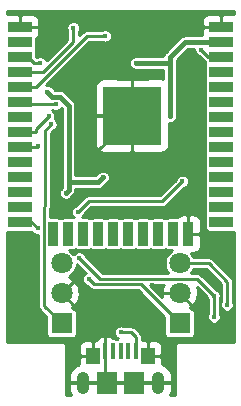
<source format=gbr>
G04 #@! TF.GenerationSoftware,KiCad,Pcbnew,(5.1.10)-1*
G04 #@! TF.CreationDate,2021-11-02T11:53:18+09:00*
G04 #@! TF.ProjectId,fishsensor,66697368-7365-46e7-936f-722e6b696361,rev?*
G04 #@! TF.SameCoordinates,Original*
G04 #@! TF.FileFunction,Copper,L2,Bot*
G04 #@! TF.FilePolarity,Positive*
%FSLAX46Y46*%
G04 Gerber Fmt 4.6, Leading zero omitted, Abs format (unit mm)*
G04 Created by KiCad (PCBNEW (5.1.10)-1) date 2021-11-02 11:53:18*
%MOMM*%
%LPD*%
G01*
G04 APERTURE LIST*
G04 #@! TA.AperFunction,SMDPad,CuDef*
%ADD10R,1.150000X1.450000*%
G04 #@! TD*
G04 #@! TA.AperFunction,ComponentPad*
%ADD11O,1.050000X1.900000*%
G04 #@! TD*
G04 #@! TA.AperFunction,SMDPad,CuDef*
%ADD12R,1.750000X1.900000*%
G04 #@! TD*
G04 #@! TA.AperFunction,SMDPad,CuDef*
%ADD13R,0.400000X1.400000*%
G04 #@! TD*
G04 #@! TA.AperFunction,SMDPad,CuDef*
%ADD14R,2.000000X0.900000*%
G04 #@! TD*
G04 #@! TA.AperFunction,SMDPad,CuDef*
%ADD15R,0.900000X2.000000*%
G04 #@! TD*
G04 #@! TA.AperFunction,SMDPad,CuDef*
%ADD16R,5.000000X5.000000*%
G04 #@! TD*
G04 #@! TA.AperFunction,ComponentPad*
%ADD17C,1.800000*%
G04 #@! TD*
G04 #@! TA.AperFunction,ComponentPad*
%ADD18R,1.800000X1.800000*%
G04 #@! TD*
G04 #@! TA.AperFunction,ViaPad*
%ADD19C,0.400000*%
G04 #@! TD*
G04 #@! TA.AperFunction,Conductor*
%ADD20C,0.250000*%
G04 #@! TD*
G04 #@! TA.AperFunction,Conductor*
%ADD21C,0.400000*%
G04 #@! TD*
G04 #@! TA.AperFunction,Conductor*
%ADD22C,0.100000*%
G04 #@! TD*
G04 APERTURE END LIST*
D10*
X12320000Y-35320000D03*
X7680000Y-35320000D03*
D11*
X6800000Y-37550000D03*
X13200000Y-37550000D03*
D12*
X11125000Y-37550000D03*
D13*
X10000000Y-34900000D03*
X9350000Y-34900000D03*
X8700000Y-34900000D03*
X11300000Y-34900000D03*
X10650000Y-34900000D03*
D12*
X8875000Y-37550000D03*
D14*
X1500000Y-7445000D03*
X1500000Y-8715000D03*
X1500000Y-9985000D03*
X1500000Y-11255000D03*
X1500000Y-12525000D03*
X1500000Y-13795000D03*
X1500000Y-15065000D03*
X1500000Y-16335000D03*
X1500000Y-17605000D03*
X1500000Y-18875000D03*
X1500000Y-20145000D03*
X1500000Y-21415000D03*
X1500000Y-22685000D03*
X1500000Y-23955000D03*
D15*
X4285000Y-24955000D03*
X5555000Y-24955000D03*
X6825000Y-24955000D03*
X8095000Y-24955000D03*
X9365000Y-24955000D03*
X10635000Y-24955000D03*
X11905000Y-24955000D03*
X13175000Y-24955000D03*
X14445000Y-24955000D03*
X15715000Y-24955000D03*
D14*
X18500000Y-23955000D03*
X18500000Y-22685000D03*
X18500000Y-21415000D03*
X18500000Y-20145000D03*
X18500000Y-18875000D03*
X18500000Y-17605000D03*
X18500000Y-16335000D03*
X18500000Y-15065000D03*
X18500000Y-13795000D03*
X18500000Y-12525000D03*
X18500000Y-11255000D03*
X18500000Y-9985000D03*
X18500000Y-8715000D03*
X18500000Y-7445000D03*
D16*
X11000000Y-14945000D03*
D17*
X15000000Y-27460000D03*
X15000000Y-30000000D03*
D18*
X15000000Y-32540000D03*
D17*
X5000000Y-27460000D03*
X5000000Y-30000000D03*
D18*
X5000000Y-32540000D03*
D19*
X7500000Y-18500000D03*
X3900000Y-9500000D03*
X3900000Y-8100000D03*
X8700000Y-9000000D03*
X8700000Y-10200000D03*
X10500000Y-27000000D03*
X12700000Y-29300000D03*
X12600000Y-27000000D03*
X16237500Y-7537500D03*
X10000000Y-31800000D03*
X15225000Y-20525000D03*
X6378768Y-23121232D03*
X2984999Y-24500000D03*
X8510000Y-20190000D03*
X11300000Y-10500000D03*
X14200000Y-15000000D03*
X5375000Y-21500000D03*
X14200000Y-10500000D03*
X3790065Y-12923851D03*
X4100000Y-15700000D03*
X19000000Y-31000000D03*
X7300000Y-28800000D03*
X3900000Y-15000000D03*
X3000000Y-17500000D03*
X3200000Y-10500000D03*
X4500000Y-14000000D03*
X2100000Y-8700000D03*
X16825000Y-9365000D03*
X6000000Y-7500000D03*
X8700000Y-8200000D03*
X10000000Y-33300000D03*
X6500000Y-27000000D03*
X17900000Y-32000000D03*
X17900000Y-30200000D03*
D20*
X10000000Y-16000000D02*
X10000000Y-14945000D01*
X8200000Y-17800000D02*
X10000000Y-16000000D01*
X7500000Y-18500000D02*
X8200000Y-17800000D01*
X3645000Y-7445000D02*
X1500000Y-7445000D01*
X3900000Y-7700000D02*
X3645000Y-7445000D01*
X3900000Y-9500000D02*
X3900000Y-8100000D01*
X3900000Y-8100000D02*
X3900000Y-7700000D01*
X8700000Y-9000000D02*
X8700000Y-10200000D01*
X8700000Y-37375000D02*
X8875000Y-37550000D01*
X8700000Y-34900000D02*
X8700000Y-37375000D01*
X13400000Y-30000000D02*
X12700000Y-29300000D01*
X15000000Y-30000000D02*
X13400000Y-30000000D01*
X12600000Y-27000000D02*
X10500000Y-27000000D01*
X16330000Y-7445000D02*
X16237500Y-7537500D01*
X18500000Y-7445000D02*
X16330000Y-7445000D01*
X8700000Y-33100000D02*
X8700000Y-34900000D01*
X10000000Y-31800000D02*
X8700000Y-33100000D01*
X13550000Y-22200000D02*
X15225000Y-20525000D01*
X7300000Y-22200000D02*
X6378768Y-23121232D01*
X9200000Y-22200000D02*
X7300000Y-22200000D01*
X9200000Y-22200000D02*
X13550000Y-22200000D01*
X2439999Y-23955000D02*
X2984999Y-24500000D01*
X1500000Y-23955000D02*
X2439999Y-23955000D01*
D21*
X8100000Y-20600000D02*
X8510000Y-20190000D01*
X14200000Y-15000000D02*
X14200000Y-10500000D01*
X11300000Y-10500000D02*
X14200000Y-10500000D01*
X14200000Y-10500000D02*
X14200000Y-10000000D01*
X14200000Y-10000000D02*
X15485000Y-8715000D01*
X16785000Y-8715000D02*
X18500000Y-8715000D01*
X15485000Y-8715000D02*
X16785000Y-8715000D01*
X5600000Y-21275000D02*
X5375000Y-21500000D01*
X5600000Y-20600000D02*
X5600000Y-21275000D01*
X5600000Y-20600000D02*
X8100000Y-20600000D01*
X5600000Y-20600000D02*
X5600000Y-14100000D01*
X4849999Y-13349999D02*
X4216213Y-13349999D01*
X4216213Y-13349999D02*
X3790065Y-12923851D01*
X5600000Y-14100000D02*
X4849999Y-13349999D01*
D20*
X4100000Y-15700000D02*
X3574999Y-16225001D01*
X3574999Y-16225001D02*
X3574999Y-22588591D01*
X3509999Y-22653591D02*
X3574999Y-22588591D01*
X3509999Y-31049999D02*
X3509999Y-22653591D01*
X5000000Y-32540000D02*
X3509999Y-31049999D01*
X15000000Y-27460000D02*
X17460000Y-27460000D01*
X19025001Y-29025001D02*
X19025001Y-29974999D01*
X17460000Y-27460000D02*
X19025001Y-29025001D01*
X19000000Y-30000000D02*
X19000000Y-31000000D01*
X19025001Y-29974999D02*
X19000000Y-30000000D01*
X7300000Y-28800000D02*
X7750010Y-29250010D01*
X7750010Y-29250010D02*
X11710010Y-29250010D01*
X11710010Y-29250010D02*
X15000000Y-32540000D01*
X1500000Y-16335000D02*
X2828590Y-16335000D01*
X2828590Y-16071410D02*
X3900000Y-15000000D01*
X2828590Y-16335000D02*
X2828590Y-16071410D01*
X2895000Y-17605000D02*
X3000000Y-17500000D01*
X1500000Y-17605000D02*
X2895000Y-17605000D01*
X3200000Y-10500000D02*
X2700000Y-10500000D01*
X2185000Y-9985000D02*
X1500000Y-9985000D01*
X2700000Y-10500000D02*
X2185000Y-9985000D01*
X1705000Y-14000000D02*
X1500000Y-13795000D01*
X3825000Y-14000000D02*
X1705000Y-14000000D01*
X4500000Y-14000000D02*
X3825000Y-14000000D01*
X17445000Y-9985000D02*
X16825000Y-9365000D01*
X18500000Y-9985000D02*
X17445000Y-9985000D01*
X6000000Y-7500000D02*
X6000000Y-8721114D01*
X3466114Y-11255000D02*
X1500000Y-11255000D01*
X6000000Y-8721114D02*
X3466114Y-11255000D01*
X2832524Y-12525000D02*
X1500000Y-12525000D01*
X7157524Y-8200000D02*
X2832524Y-12525000D01*
X8700000Y-8200000D02*
X7157524Y-8200000D01*
X10900000Y-33300000D02*
X11300000Y-33700000D01*
X10000000Y-33300000D02*
X10900000Y-33300000D01*
X11300000Y-34900000D02*
X11300000Y-33700000D01*
X6500000Y-27000000D02*
X8300000Y-28800000D01*
X11699999Y-28800001D02*
X11725001Y-28774999D01*
X8300000Y-28800000D02*
X11699999Y-28800001D01*
X17900000Y-32000000D02*
X17900000Y-30200000D01*
X16474999Y-28774999D02*
X15825001Y-28774999D01*
X17900000Y-30200000D02*
X16474999Y-28774999D01*
X11725001Y-28774999D02*
X15825001Y-28774999D01*
X19596001Y-6368392D02*
X19500000Y-6358937D01*
X18660250Y-6362000D01*
X18502000Y-6520250D01*
X18502000Y-7443000D01*
X18522000Y-7443000D01*
X18522000Y-7447000D01*
X18502000Y-7447000D01*
X18502000Y-7467000D01*
X18498000Y-7467000D01*
X18498000Y-7447000D01*
X17025250Y-7447000D01*
X16867000Y-7605250D01*
X16863937Y-7895000D01*
X16876159Y-8019090D01*
X16911623Y-8136000D01*
X15513428Y-8136000D01*
X15484999Y-8133200D01*
X15456570Y-8136000D01*
X15456561Y-8136000D01*
X15371496Y-8144378D01*
X15262354Y-8177486D01*
X15161769Y-8231250D01*
X15073605Y-8303605D01*
X15055476Y-8325695D01*
X13810690Y-9570481D01*
X13788606Y-9588605D01*
X13770482Y-9610689D01*
X13770476Y-9610695D01*
X13716250Y-9676769D01*
X13685611Y-9734091D01*
X13662486Y-9777354D01*
X13629378Y-9886496D01*
X13625980Y-9921000D01*
X11242973Y-9921000D01*
X11214934Y-9926577D01*
X11186496Y-9929378D01*
X11159153Y-9937672D01*
X11131112Y-9943250D01*
X11104695Y-9954192D01*
X11077354Y-9962486D01*
X11052159Y-9975953D01*
X11025740Y-9986896D01*
X11001963Y-10002783D01*
X10976769Y-10016250D01*
X10954684Y-10034375D01*
X10930909Y-10050261D01*
X10910689Y-10070481D01*
X10888605Y-10088605D01*
X10870481Y-10110689D01*
X10850261Y-10130909D01*
X10834375Y-10154684D01*
X10816250Y-10176769D01*
X10802783Y-10201963D01*
X10786896Y-10225740D01*
X10775953Y-10252159D01*
X10762486Y-10277354D01*
X10754192Y-10304695D01*
X10743250Y-10331112D01*
X10737672Y-10359153D01*
X10729378Y-10386496D01*
X10726577Y-10414934D01*
X10721000Y-10442973D01*
X10721000Y-10471561D01*
X10718199Y-10500000D01*
X10721000Y-10528438D01*
X10721000Y-10557027D01*
X10726577Y-10585066D01*
X10729378Y-10613504D01*
X10737672Y-10640847D01*
X10743250Y-10668888D01*
X10754192Y-10695305D01*
X10762486Y-10722646D01*
X10775953Y-10747841D01*
X10786896Y-10774260D01*
X10802783Y-10798037D01*
X10816250Y-10823231D01*
X10834375Y-10845316D01*
X10850261Y-10869091D01*
X10870481Y-10889311D01*
X10888605Y-10911395D01*
X10910689Y-10929519D01*
X10930909Y-10949739D01*
X10954684Y-10965625D01*
X10976769Y-10983750D01*
X11001963Y-10997217D01*
X11025740Y-11013104D01*
X11052159Y-11024047D01*
X11077354Y-11037514D01*
X11104695Y-11045808D01*
X11131112Y-11056750D01*
X11159153Y-11062328D01*
X11186496Y-11070622D01*
X11214934Y-11073423D01*
X11242973Y-11079000D01*
X13621001Y-11079000D01*
X13621001Y-11820855D01*
X13500000Y-11808937D01*
X11160250Y-11812000D01*
X11002000Y-11970250D01*
X11002000Y-14943000D01*
X11022000Y-14943000D01*
X11022000Y-14947000D01*
X11002000Y-14947000D01*
X11002000Y-17919750D01*
X11160250Y-18078000D01*
X13500000Y-18081063D01*
X13624090Y-18068841D01*
X13743411Y-18032646D01*
X13853378Y-17973867D01*
X13949764Y-17894764D01*
X14028867Y-17798378D01*
X14087646Y-17688411D01*
X14123841Y-17569090D01*
X14136063Y-17445000D01*
X14133618Y-15577139D01*
X14142973Y-15579000D01*
X14171561Y-15579000D01*
X14200000Y-15581801D01*
X14228439Y-15579000D01*
X14257027Y-15579000D01*
X14285066Y-15573423D01*
X14313503Y-15570622D01*
X14340844Y-15562328D01*
X14368888Y-15556750D01*
X14395308Y-15545807D01*
X14422645Y-15537514D01*
X14447836Y-15524049D01*
X14474260Y-15513104D01*
X14498041Y-15497214D01*
X14523230Y-15483750D01*
X14545312Y-15465628D01*
X14569091Y-15449739D01*
X14589312Y-15429518D01*
X14611395Y-15411395D01*
X14629519Y-15389311D01*
X14649739Y-15369091D01*
X14665625Y-15345316D01*
X14683750Y-15323231D01*
X14697217Y-15298037D01*
X14713104Y-15274260D01*
X14724047Y-15247841D01*
X14737514Y-15222646D01*
X14745808Y-15195305D01*
X14756750Y-15168888D01*
X14762328Y-15140847D01*
X14770622Y-15113504D01*
X14773423Y-15085066D01*
X14779000Y-15057027D01*
X14779000Y-10528438D01*
X14781801Y-10500000D01*
X14779000Y-10471561D01*
X14779000Y-10239829D01*
X15724829Y-9294000D01*
X16248779Y-9294000D01*
X16246000Y-9307973D01*
X16246000Y-9422027D01*
X16268250Y-9533888D01*
X16311896Y-9639260D01*
X16375261Y-9734091D01*
X16455909Y-9814739D01*
X16550740Y-9878104D01*
X16656112Y-9921750D01*
X16672183Y-9924947D01*
X17071114Y-10323878D01*
X17086894Y-10343106D01*
X17119167Y-10369592D01*
X17119167Y-10435000D01*
X17126485Y-10509297D01*
X17148156Y-10580738D01*
X17169142Y-10620000D01*
X17148156Y-10659262D01*
X17126485Y-10730703D01*
X17119167Y-10805000D01*
X17119167Y-11705000D01*
X17126485Y-11779297D01*
X17148156Y-11850738D01*
X17169142Y-11890000D01*
X17148156Y-11929262D01*
X17126485Y-12000703D01*
X17119167Y-12075000D01*
X17119167Y-12975000D01*
X17126485Y-13049297D01*
X17148156Y-13120738D01*
X17169142Y-13160000D01*
X17148156Y-13199262D01*
X17126485Y-13270703D01*
X17119167Y-13345000D01*
X17119167Y-14245000D01*
X17126485Y-14319297D01*
X17148156Y-14390738D01*
X17169142Y-14430000D01*
X17148156Y-14469262D01*
X17126485Y-14540703D01*
X17119167Y-14615000D01*
X17119167Y-15515000D01*
X17126485Y-15589297D01*
X17148156Y-15660738D01*
X17169142Y-15700000D01*
X17148156Y-15739262D01*
X17126485Y-15810703D01*
X17119167Y-15885000D01*
X17119167Y-16785000D01*
X17126485Y-16859297D01*
X17148156Y-16930738D01*
X17169142Y-16970000D01*
X17148156Y-17009262D01*
X17126485Y-17080703D01*
X17119167Y-17155000D01*
X17119167Y-18055000D01*
X17126485Y-18129297D01*
X17148156Y-18200738D01*
X17169142Y-18240000D01*
X17148156Y-18279262D01*
X17126485Y-18350703D01*
X17119167Y-18425000D01*
X17119167Y-19325000D01*
X17126485Y-19399297D01*
X17148156Y-19470738D01*
X17169142Y-19510000D01*
X17148156Y-19549262D01*
X17126485Y-19620703D01*
X17119167Y-19695000D01*
X17119167Y-20595000D01*
X17126485Y-20669297D01*
X17148156Y-20740738D01*
X17169142Y-20780000D01*
X17148156Y-20819262D01*
X17126485Y-20890703D01*
X17119167Y-20965000D01*
X17119167Y-21865000D01*
X17126485Y-21939297D01*
X17148156Y-22010738D01*
X17169142Y-22050000D01*
X17148156Y-22089262D01*
X17126485Y-22160703D01*
X17119167Y-22235000D01*
X17119167Y-23135000D01*
X17126485Y-23209297D01*
X17148156Y-23280738D01*
X17169142Y-23320000D01*
X17148156Y-23359262D01*
X17126485Y-23430703D01*
X17119167Y-23505000D01*
X17119167Y-24405000D01*
X17126485Y-24479297D01*
X17148156Y-24550738D01*
X17183349Y-24616579D01*
X17230710Y-24674290D01*
X17288421Y-24721651D01*
X17354262Y-24756844D01*
X17425703Y-24778515D01*
X17500000Y-24785833D01*
X19500000Y-24785833D01*
X19574297Y-24778515D01*
X19596000Y-24771931D01*
X19596000Y-34096000D01*
X15019840Y-34096000D01*
X15000000Y-34094046D01*
X14980160Y-34096000D01*
X14920802Y-34101846D01*
X14844648Y-34124947D01*
X14774464Y-34162462D01*
X14712947Y-34212947D01*
X14662462Y-34274464D01*
X14624947Y-34344648D01*
X14601846Y-34420802D01*
X14594046Y-34500000D01*
X14596001Y-34519850D01*
X14596000Y-38596000D01*
X14174620Y-38596000D01*
X14269087Y-38419995D01*
X14335359Y-38202876D01*
X14358000Y-37977000D01*
X14358000Y-37552000D01*
X13202000Y-37552000D01*
X13202000Y-37572000D01*
X13198000Y-37572000D01*
X13198000Y-37552000D01*
X11127000Y-37552000D01*
X11127000Y-37572000D01*
X11123000Y-37572000D01*
X11123000Y-37552000D01*
X8877000Y-37552000D01*
X8877000Y-37572000D01*
X8873000Y-37572000D01*
X8873000Y-37552000D01*
X6802000Y-37552000D01*
X6802000Y-37572000D01*
X6798000Y-37572000D01*
X6798000Y-37552000D01*
X5642000Y-37552000D01*
X5642000Y-37977000D01*
X5664641Y-38202876D01*
X5730913Y-38419995D01*
X5825380Y-38596000D01*
X5404000Y-38596000D01*
X5404000Y-37123000D01*
X5642000Y-37123000D01*
X5642000Y-37548000D01*
X6798000Y-37548000D01*
X6798000Y-37528000D01*
X6802000Y-37528000D01*
X6802000Y-37548000D01*
X8873000Y-37548000D01*
X8873000Y-37528000D01*
X8877000Y-37528000D01*
X8877000Y-37548000D01*
X11123000Y-37548000D01*
X11123000Y-37528000D01*
X11127000Y-37528000D01*
X11127000Y-37548000D01*
X13198000Y-37548000D01*
X13198000Y-37528000D01*
X13202000Y-37528000D01*
X13202000Y-37548000D01*
X14358000Y-37548000D01*
X14358000Y-37123000D01*
X14335359Y-36897124D01*
X14269087Y-36680005D01*
X14161731Y-36479987D01*
X14017416Y-36304756D01*
X13841688Y-36161047D01*
X13641300Y-36054382D01*
X13530933Y-36021111D01*
X13528000Y-35480250D01*
X13369750Y-35322000D01*
X12322000Y-35322000D01*
X12322000Y-35342000D01*
X12318000Y-35342000D01*
X12318000Y-35322000D01*
X12298000Y-35322000D01*
X12298000Y-35318000D01*
X12318000Y-35318000D01*
X12318000Y-34120250D01*
X12322000Y-34120250D01*
X12322000Y-35318000D01*
X13369750Y-35318000D01*
X13528000Y-35159750D01*
X13531063Y-34595000D01*
X13518841Y-34470910D01*
X13482646Y-34351589D01*
X13423867Y-34241622D01*
X13344764Y-34145236D01*
X13248378Y-34066133D01*
X13138411Y-34007354D01*
X13019090Y-33971159D01*
X12895000Y-33958937D01*
X12480250Y-33962000D01*
X12322000Y-34120250D01*
X12318000Y-34120250D01*
X12159750Y-33962000D01*
X11804000Y-33959373D01*
X11804000Y-33724750D01*
X11806438Y-33699999D01*
X11803394Y-33669091D01*
X11796707Y-33601199D01*
X11767888Y-33506195D01*
X11721088Y-33418638D01*
X11658106Y-33341894D01*
X11638878Y-33326114D01*
X11273890Y-32961127D01*
X11258106Y-32941894D01*
X11181362Y-32878912D01*
X11093805Y-32832112D01*
X10998801Y-32803293D01*
X10924754Y-32796000D01*
X10900000Y-32793562D01*
X10875246Y-32796000D01*
X10287885Y-32796000D01*
X10274260Y-32786896D01*
X10168888Y-32743250D01*
X10057027Y-32721000D01*
X9942973Y-32721000D01*
X9831112Y-32743250D01*
X9725740Y-32786896D01*
X9630909Y-32850261D01*
X9550261Y-32930909D01*
X9486896Y-33025740D01*
X9443250Y-33131112D01*
X9421000Y-33242973D01*
X9421000Y-33357027D01*
X9443250Y-33468888D01*
X9486896Y-33574260D01*
X9550261Y-33669091D01*
X9630909Y-33749739D01*
X9725740Y-33813104D01*
X9751832Y-33823911D01*
X9725703Y-33826485D01*
X9675000Y-33841865D01*
X9624297Y-33826485D01*
X9550000Y-33819167D01*
X9406335Y-33819167D01*
X9349764Y-33750236D01*
X9253378Y-33671133D01*
X9143411Y-33612354D01*
X9024090Y-33576159D01*
X8900000Y-33563937D01*
X8860250Y-33567000D01*
X8702000Y-33725250D01*
X8702000Y-34142968D01*
X8698000Y-34139685D01*
X8698000Y-33725250D01*
X8539750Y-33567000D01*
X8500000Y-33563937D01*
X8375910Y-33576159D01*
X8256589Y-33612354D01*
X8146622Y-33671133D01*
X8050236Y-33750236D01*
X7971133Y-33846622D01*
X7912354Y-33956589D01*
X7910871Y-33961478D01*
X7840250Y-33962000D01*
X7682000Y-34120250D01*
X7682000Y-35318000D01*
X7702000Y-35318000D01*
X7702000Y-35322000D01*
X7682000Y-35322000D01*
X7682000Y-35342000D01*
X7678000Y-35342000D01*
X7678000Y-35322000D01*
X6630250Y-35322000D01*
X6472000Y-35480250D01*
X6469067Y-36021111D01*
X6358700Y-36054382D01*
X6158312Y-36161047D01*
X5982584Y-36304756D01*
X5838269Y-36479987D01*
X5730913Y-36680005D01*
X5664641Y-36897124D01*
X5642000Y-37123000D01*
X5404000Y-37123000D01*
X5404000Y-34595000D01*
X6468937Y-34595000D01*
X6472000Y-35159750D01*
X6630250Y-35318000D01*
X7678000Y-35318000D01*
X7678000Y-34120250D01*
X7519750Y-33962000D01*
X7105000Y-33958937D01*
X6980910Y-33971159D01*
X6861589Y-34007354D01*
X6751622Y-34066133D01*
X6655236Y-34145236D01*
X6576133Y-34241622D01*
X6517354Y-34351589D01*
X6481159Y-34470910D01*
X6468937Y-34595000D01*
X5404000Y-34595000D01*
X5404000Y-34519839D01*
X5405954Y-34500000D01*
X5398154Y-34420802D01*
X5375053Y-34344648D01*
X5337538Y-34274464D01*
X5287053Y-34212947D01*
X5225536Y-34162462D01*
X5155352Y-34124947D01*
X5079198Y-34101846D01*
X5019840Y-34096000D01*
X5000000Y-34094046D01*
X4980160Y-34096000D01*
X404000Y-34096000D01*
X404000Y-24771932D01*
X425703Y-24778515D01*
X500000Y-24785833D01*
X2479628Y-24785833D01*
X2535260Y-24869091D01*
X2615908Y-24949739D01*
X2710739Y-25013104D01*
X2816111Y-25056750D01*
X2927972Y-25079000D01*
X3006000Y-25079000D01*
X3005999Y-31025245D01*
X3003561Y-31049999D01*
X3005999Y-31074752D01*
X3013292Y-31148799D01*
X3042111Y-31243803D01*
X3088911Y-31331361D01*
X3151893Y-31408105D01*
X3171126Y-31423889D01*
X3719167Y-31971930D01*
X3719167Y-33440000D01*
X3726485Y-33514297D01*
X3748156Y-33585738D01*
X3783349Y-33651579D01*
X3830710Y-33709290D01*
X3888421Y-33756651D01*
X3954262Y-33791844D01*
X4025703Y-33813515D01*
X4100000Y-33820833D01*
X5900000Y-33820833D01*
X5974297Y-33813515D01*
X6045738Y-33791844D01*
X6111579Y-33756651D01*
X6169290Y-33709290D01*
X6216651Y-33651579D01*
X6251844Y-33585738D01*
X6273515Y-33514297D01*
X6280833Y-33440000D01*
X6280833Y-31640000D01*
X6273515Y-31565703D01*
X6251844Y-31494262D01*
X6216651Y-31428421D01*
X6169290Y-31370710D01*
X6111579Y-31323349D01*
X6045738Y-31288156D01*
X5974297Y-31266485D01*
X5900000Y-31259167D01*
X5886204Y-31259167D01*
X5903816Y-31247399D01*
X5975925Y-30978754D01*
X5000000Y-30002828D01*
X4985858Y-30016971D01*
X4983029Y-30014142D01*
X4997172Y-30000000D01*
X5002828Y-30000000D01*
X5978754Y-30975925D01*
X6247399Y-30903816D01*
X6399757Y-30643095D01*
X6498322Y-30357659D01*
X6539309Y-30058478D01*
X6521139Y-29757051D01*
X6444515Y-29464959D01*
X6312377Y-29193429D01*
X6247399Y-29096184D01*
X5978754Y-29024075D01*
X5002828Y-30000000D01*
X4997172Y-30000000D01*
X4983029Y-29985858D01*
X4985858Y-29983029D01*
X5000000Y-29997172D01*
X5975925Y-29021246D01*
X5903816Y-28752601D01*
X5643095Y-28600243D01*
X5611813Y-28589441D01*
X5815315Y-28453465D01*
X5993465Y-28275315D01*
X6133436Y-28065834D01*
X6229849Y-27833071D01*
X6279000Y-27585971D01*
X6279000Y-27535165D01*
X6331112Y-27556750D01*
X6347184Y-27559947D01*
X7059959Y-28272722D01*
X7025740Y-28286896D01*
X6930909Y-28350261D01*
X6850261Y-28430909D01*
X6786896Y-28525740D01*
X6743250Y-28631112D01*
X6721000Y-28742973D01*
X6721000Y-28857027D01*
X6743250Y-28968888D01*
X6786896Y-29074260D01*
X6850261Y-29169091D01*
X6930909Y-29249739D01*
X7025740Y-29313104D01*
X7131112Y-29356750D01*
X7147183Y-29359947D01*
X7376124Y-29588888D01*
X7391904Y-29608116D01*
X7468648Y-29671098D01*
X7556205Y-29717898D01*
X7651209Y-29746717D01*
X7725256Y-29754010D01*
X7725258Y-29754010D01*
X7750009Y-29756448D01*
X7774760Y-29754010D01*
X11501247Y-29754010D01*
X13719167Y-31971931D01*
X13719167Y-33440000D01*
X13726485Y-33514297D01*
X13748156Y-33585738D01*
X13783349Y-33651579D01*
X13830710Y-33709290D01*
X13888421Y-33756651D01*
X13954262Y-33791844D01*
X14025703Y-33813515D01*
X14100000Y-33820833D01*
X15900000Y-33820833D01*
X15974297Y-33813515D01*
X16045738Y-33791844D01*
X16111579Y-33756651D01*
X16169290Y-33709290D01*
X16216651Y-33651579D01*
X16251844Y-33585738D01*
X16273515Y-33514297D01*
X16280833Y-33440000D01*
X16280833Y-31640000D01*
X16273515Y-31565703D01*
X16251844Y-31494262D01*
X16216651Y-31428421D01*
X16169290Y-31370710D01*
X16111579Y-31323349D01*
X16045738Y-31288156D01*
X15974297Y-31266485D01*
X15900000Y-31259167D01*
X15886204Y-31259167D01*
X15903816Y-31247399D01*
X15975925Y-30978754D01*
X15000000Y-30002828D01*
X14985858Y-30016971D01*
X14983029Y-30014142D01*
X14997172Y-30000000D01*
X14983029Y-29985858D01*
X14985858Y-29983029D01*
X15000000Y-29997172D01*
X15014142Y-29983029D01*
X15016971Y-29985858D01*
X15002828Y-30000000D01*
X15978754Y-30975925D01*
X16247399Y-30903816D01*
X16399757Y-30643095D01*
X16498322Y-30357659D01*
X16539309Y-30058478D01*
X16521139Y-29757051D01*
X16444515Y-29464959D01*
X16437234Y-29449997D01*
X17340053Y-30352816D01*
X17343250Y-30368888D01*
X17386896Y-30474260D01*
X17396001Y-30487886D01*
X17396000Y-31712115D01*
X17386896Y-31725740D01*
X17343250Y-31831112D01*
X17321000Y-31942973D01*
X17321000Y-32057027D01*
X17343250Y-32168888D01*
X17386896Y-32274260D01*
X17450261Y-32369091D01*
X17530909Y-32449739D01*
X17625740Y-32513104D01*
X17731112Y-32556750D01*
X17842973Y-32579000D01*
X17957027Y-32579000D01*
X18068888Y-32556750D01*
X18174260Y-32513104D01*
X18269091Y-32449739D01*
X18349739Y-32369091D01*
X18413104Y-32274260D01*
X18456750Y-32168888D01*
X18479000Y-32057027D01*
X18479000Y-31942973D01*
X18456750Y-31831112D01*
X18413104Y-31725740D01*
X18404000Y-31712115D01*
X18404000Y-30487885D01*
X18413104Y-30474260D01*
X18456750Y-30368888D01*
X18479000Y-30257027D01*
X18479000Y-30142973D01*
X18456750Y-30031112D01*
X18413104Y-29925740D01*
X18349739Y-29830909D01*
X18269091Y-29750261D01*
X18174260Y-29686896D01*
X18068888Y-29643250D01*
X18052816Y-29640053D01*
X16848889Y-28436126D01*
X16833105Y-28416893D01*
X16756361Y-28353911D01*
X16668804Y-28307111D01*
X16573800Y-28278292D01*
X16499753Y-28270999D01*
X16474999Y-28268561D01*
X16450245Y-28270999D01*
X15996349Y-28270999D01*
X16133436Y-28065834D01*
X16175617Y-27964000D01*
X17251237Y-27964000D01*
X18521001Y-29233764D01*
X18521002Y-29842821D01*
X18512035Y-29872380D01*
X18503293Y-29901199D01*
X18493562Y-30000000D01*
X18496000Y-30024754D01*
X18496001Y-30712114D01*
X18486896Y-30725740D01*
X18443250Y-30831112D01*
X18421000Y-30942973D01*
X18421000Y-31057027D01*
X18443250Y-31168888D01*
X18486896Y-31274260D01*
X18550261Y-31369091D01*
X18630909Y-31449739D01*
X18725740Y-31513104D01*
X18831112Y-31556750D01*
X18942973Y-31579000D01*
X19057027Y-31579000D01*
X19168888Y-31556750D01*
X19274260Y-31513104D01*
X19369091Y-31449739D01*
X19449739Y-31369091D01*
X19513104Y-31274260D01*
X19556750Y-31168888D01*
X19579000Y-31057027D01*
X19579000Y-30942973D01*
X19556750Y-30831112D01*
X19513104Y-30725740D01*
X19504000Y-30712115D01*
X19504000Y-30132176D01*
X19521708Y-30073800D01*
X19529001Y-29999753D01*
X19531439Y-29974999D01*
X19529001Y-29950245D01*
X19529001Y-29049755D01*
X19531439Y-29025001D01*
X19528367Y-28993805D01*
X19521708Y-28926200D01*
X19492889Y-28831196D01*
X19446089Y-28743639D01*
X19383107Y-28666895D01*
X19363874Y-28651111D01*
X17833890Y-27121127D01*
X17818106Y-27101894D01*
X17741362Y-27038912D01*
X17653805Y-26992112D01*
X17558801Y-26963293D01*
X17484754Y-26956000D01*
X17460000Y-26953562D01*
X17435246Y-26956000D01*
X16175617Y-26956000D01*
X16133436Y-26854166D01*
X15993465Y-26644685D01*
X15937437Y-26588657D01*
X16165000Y-26591063D01*
X16289090Y-26578841D01*
X16408411Y-26542646D01*
X16518378Y-26483867D01*
X16614764Y-26404764D01*
X16693867Y-26308378D01*
X16752646Y-26198411D01*
X16788841Y-26079090D01*
X16801063Y-25955000D01*
X16798000Y-25115250D01*
X16639750Y-24957000D01*
X15717000Y-24957000D01*
X15717000Y-24977000D01*
X15713000Y-24977000D01*
X15713000Y-24957000D01*
X15693000Y-24957000D01*
X15693000Y-24953000D01*
X15713000Y-24953000D01*
X15713000Y-23480250D01*
X15717000Y-23480250D01*
X15717000Y-24953000D01*
X16639750Y-24953000D01*
X16798000Y-24794750D01*
X16801063Y-23955000D01*
X16788841Y-23830910D01*
X16752646Y-23711589D01*
X16693867Y-23601622D01*
X16614764Y-23505236D01*
X16518378Y-23426133D01*
X16408411Y-23367354D01*
X16289090Y-23331159D01*
X16165000Y-23318937D01*
X15875250Y-23322000D01*
X15717000Y-23480250D01*
X15713000Y-23480250D01*
X15554750Y-23322000D01*
X15265000Y-23318937D01*
X15140910Y-23331159D01*
X15021589Y-23367354D01*
X14911622Y-23426133D01*
X14815236Y-23505236D01*
X14758665Y-23574167D01*
X13995000Y-23574167D01*
X13920703Y-23581485D01*
X13849262Y-23603156D01*
X13810000Y-23624142D01*
X13770738Y-23603156D01*
X13699297Y-23581485D01*
X13625000Y-23574167D01*
X12725000Y-23574167D01*
X12650703Y-23581485D01*
X12579262Y-23603156D01*
X12540000Y-23624142D01*
X12500738Y-23603156D01*
X12429297Y-23581485D01*
X12355000Y-23574167D01*
X11455000Y-23574167D01*
X11380703Y-23581485D01*
X11309262Y-23603156D01*
X11270000Y-23624142D01*
X11230738Y-23603156D01*
X11159297Y-23581485D01*
X11085000Y-23574167D01*
X10185000Y-23574167D01*
X10110703Y-23581485D01*
X10039262Y-23603156D01*
X10000000Y-23624142D01*
X9960738Y-23603156D01*
X9889297Y-23581485D01*
X9815000Y-23574167D01*
X8915000Y-23574167D01*
X8840703Y-23581485D01*
X8769262Y-23603156D01*
X8730000Y-23624142D01*
X8690738Y-23603156D01*
X8619297Y-23581485D01*
X8545000Y-23574167D01*
X7645000Y-23574167D01*
X7570703Y-23581485D01*
X7499262Y-23603156D01*
X7460000Y-23624142D01*
X7420738Y-23603156D01*
X7349297Y-23581485D01*
X7275000Y-23574167D01*
X6743076Y-23574167D01*
X6747859Y-23570971D01*
X6828507Y-23490323D01*
X6891872Y-23395492D01*
X6935518Y-23290120D01*
X6938715Y-23274048D01*
X7508763Y-22704000D01*
X13525246Y-22704000D01*
X13550000Y-22706438D01*
X13648801Y-22696707D01*
X13743805Y-22667888D01*
X13831362Y-22621088D01*
X13908106Y-22558106D01*
X13923890Y-22538873D01*
X15377816Y-21084947D01*
X15393888Y-21081750D01*
X15499260Y-21038104D01*
X15594091Y-20974739D01*
X15674739Y-20894091D01*
X15738104Y-20799260D01*
X15781750Y-20693888D01*
X15804000Y-20582027D01*
X15804000Y-20467973D01*
X15781750Y-20356112D01*
X15738104Y-20250740D01*
X15674739Y-20155909D01*
X15594091Y-20075261D01*
X15499260Y-20011896D01*
X15393888Y-19968250D01*
X15282027Y-19946000D01*
X15167973Y-19946000D01*
X15056112Y-19968250D01*
X14950740Y-20011896D01*
X14855909Y-20075261D01*
X14775261Y-20155909D01*
X14711896Y-20250740D01*
X14668250Y-20356112D01*
X14665053Y-20372184D01*
X13341237Y-21696000D01*
X7324754Y-21696000D01*
X7300000Y-21693562D01*
X7201198Y-21703293D01*
X7172379Y-21712035D01*
X7106195Y-21732112D01*
X7018638Y-21778912D01*
X6941894Y-21841894D01*
X6926110Y-21861127D01*
X6225952Y-22561285D01*
X6209880Y-22564482D01*
X6104508Y-22608128D01*
X6009677Y-22671493D01*
X5929029Y-22752141D01*
X5865664Y-22846972D01*
X5822018Y-22952344D01*
X5799768Y-23064205D01*
X5799768Y-23178259D01*
X5822018Y-23290120D01*
X5865664Y-23395492D01*
X5929029Y-23490323D01*
X6009677Y-23570971D01*
X6016096Y-23575260D01*
X6005000Y-23574167D01*
X5105000Y-23574167D01*
X5030703Y-23581485D01*
X4959262Y-23603156D01*
X4920000Y-23624142D01*
X4880738Y-23603156D01*
X4809297Y-23581485D01*
X4735000Y-23574167D01*
X4013999Y-23574167D01*
X4013999Y-22836442D01*
X4042887Y-22782396D01*
X4071706Y-22687392D01*
X4078999Y-22613345D01*
X4081437Y-22588591D01*
X4078999Y-22563837D01*
X4078999Y-16433764D01*
X4252816Y-16259947D01*
X4268888Y-16256750D01*
X4374260Y-16213104D01*
X4469091Y-16149739D01*
X4549739Y-16069091D01*
X4613104Y-15974260D01*
X4656750Y-15868888D01*
X4679000Y-15757027D01*
X4679000Y-15642973D01*
X4656750Y-15531112D01*
X4613104Y-15425740D01*
X4549739Y-15330909D01*
X4469091Y-15250261D01*
X4433026Y-15226163D01*
X4456750Y-15168888D01*
X4479000Y-15057027D01*
X4479000Y-14942973D01*
X4456750Y-14831112D01*
X4413104Y-14725740D01*
X4349739Y-14630909D01*
X4269091Y-14550261D01*
X4199858Y-14504000D01*
X4212115Y-14504000D01*
X4225740Y-14513104D01*
X4331112Y-14556750D01*
X4442973Y-14579000D01*
X4557027Y-14579000D01*
X4668888Y-14556750D01*
X4774260Y-14513104D01*
X4869091Y-14449739D01*
X4949739Y-14369091D01*
X4990003Y-14308833D01*
X5021001Y-14339831D01*
X5021000Y-20571560D01*
X5018199Y-20600000D01*
X5021000Y-20628438D01*
X5021000Y-21035171D01*
X5005912Y-21050259D01*
X5005909Y-21050261D01*
X4925261Y-21130909D01*
X4909375Y-21154684D01*
X4891250Y-21176769D01*
X4877784Y-21201962D01*
X4861896Y-21225740D01*
X4850952Y-21252163D01*
X4837486Y-21277355D01*
X4829194Y-21304691D01*
X4818250Y-21331112D01*
X4812671Y-21359161D01*
X4804379Y-21386496D01*
X4801579Y-21414924D01*
X4796000Y-21442973D01*
X4796000Y-21471571D01*
X4793200Y-21500000D01*
X4796000Y-21528429D01*
X4796000Y-21557027D01*
X4801579Y-21585076D01*
X4804379Y-21613504D01*
X4812671Y-21640839D01*
X4818250Y-21668888D01*
X4829194Y-21695309D01*
X4837486Y-21722645D01*
X4850952Y-21747837D01*
X4861896Y-21774260D01*
X4877784Y-21798038D01*
X4891250Y-21823231D01*
X4909375Y-21845316D01*
X4925261Y-21869091D01*
X4945481Y-21889311D01*
X4963605Y-21911395D01*
X4985689Y-21929519D01*
X5005909Y-21949739D01*
X5029684Y-21965625D01*
X5051769Y-21983750D01*
X5076962Y-21997216D01*
X5100740Y-22013104D01*
X5127163Y-22024048D01*
X5152355Y-22037514D01*
X5179691Y-22045806D01*
X5206112Y-22056750D01*
X5234161Y-22062329D01*
X5261496Y-22070621D01*
X5289924Y-22073421D01*
X5317973Y-22079000D01*
X5346571Y-22079000D01*
X5375000Y-22081800D01*
X5403429Y-22079000D01*
X5432027Y-22079000D01*
X5460076Y-22073421D01*
X5488504Y-22070621D01*
X5515839Y-22062329D01*
X5543888Y-22056750D01*
X5570309Y-22045806D01*
X5597645Y-22037514D01*
X5622837Y-22024048D01*
X5649260Y-22013104D01*
X5673038Y-21997216D01*
X5698231Y-21983750D01*
X5720316Y-21965625D01*
X5744091Y-21949739D01*
X5824739Y-21869091D01*
X5824741Y-21869088D01*
X5989305Y-21704524D01*
X6011395Y-21686395D01*
X6083750Y-21598231D01*
X6137514Y-21497646D01*
X6170622Y-21388504D01*
X6179000Y-21303439D01*
X6179000Y-21303430D01*
X6181800Y-21275001D01*
X6179000Y-21246571D01*
X6179000Y-21179000D01*
X8071571Y-21179000D01*
X8100000Y-21181800D01*
X8128429Y-21179000D01*
X8128439Y-21179000D01*
X8213504Y-21170622D01*
X8322646Y-21137514D01*
X8423231Y-21083750D01*
X8511395Y-21011395D01*
X8529523Y-20989306D01*
X8939524Y-20579306D01*
X8959739Y-20559091D01*
X8975624Y-20535318D01*
X8993750Y-20513231D01*
X9007216Y-20488038D01*
X9023104Y-20464260D01*
X9034048Y-20437837D01*
X9047514Y-20412645D01*
X9055807Y-20385307D01*
X9066750Y-20358888D01*
X9072328Y-20330846D01*
X9080622Y-20303504D01*
X9083422Y-20275068D01*
X9089000Y-20247027D01*
X9089000Y-20218432D01*
X9091800Y-20190000D01*
X9089000Y-20161568D01*
X9089000Y-20132973D01*
X9083422Y-20104932D01*
X9080622Y-20076496D01*
X9072328Y-20049154D01*
X9066750Y-20021112D01*
X9055807Y-19994693D01*
X9047514Y-19967355D01*
X9034048Y-19942163D01*
X9023104Y-19915740D01*
X9007216Y-19891962D01*
X8993750Y-19866769D01*
X8975625Y-19844684D01*
X8959739Y-19820909D01*
X8939519Y-19800689D01*
X8921395Y-19778605D01*
X8899311Y-19760481D01*
X8879091Y-19740261D01*
X8855316Y-19724375D01*
X8833231Y-19706250D01*
X8808038Y-19692784D01*
X8784260Y-19676896D01*
X8757837Y-19665952D01*
X8732645Y-19652486D01*
X8705307Y-19644193D01*
X8678888Y-19633250D01*
X8650846Y-19627672D01*
X8623504Y-19619378D01*
X8595068Y-19616578D01*
X8567027Y-19611000D01*
X8538432Y-19611000D01*
X8510000Y-19608200D01*
X8481568Y-19611000D01*
X8452973Y-19611000D01*
X8424932Y-19616578D01*
X8396496Y-19619378D01*
X8369154Y-19627672D01*
X8341112Y-19633250D01*
X8314693Y-19644193D01*
X8287355Y-19652486D01*
X8262163Y-19665952D01*
X8235740Y-19676896D01*
X8211962Y-19692784D01*
X8186769Y-19706250D01*
X8164682Y-19724376D01*
X8140909Y-19740261D01*
X8120694Y-19760476D01*
X7860171Y-20021000D01*
X6179000Y-20021000D01*
X6179000Y-17445000D01*
X7863937Y-17445000D01*
X7876159Y-17569090D01*
X7912354Y-17688411D01*
X7971133Y-17798378D01*
X8050236Y-17894764D01*
X8146622Y-17973867D01*
X8256589Y-18032646D01*
X8375910Y-18068841D01*
X8500000Y-18081063D01*
X10839750Y-18078000D01*
X10998000Y-17919750D01*
X10998000Y-14947000D01*
X8025250Y-14947000D01*
X7867000Y-15105250D01*
X7863937Y-17445000D01*
X6179000Y-17445000D01*
X6179000Y-14128432D01*
X6181800Y-14100000D01*
X6179000Y-14071568D01*
X6179000Y-14071561D01*
X6170622Y-13986496D01*
X6137514Y-13877354D01*
X6083750Y-13776769D01*
X6053003Y-13739304D01*
X6029524Y-13710694D01*
X6029519Y-13710689D01*
X6011395Y-13688605D01*
X5989310Y-13670481D01*
X5279522Y-12960693D01*
X5261394Y-12938604D01*
X5173230Y-12866249D01*
X5072645Y-12812485D01*
X4963503Y-12779377D01*
X4878438Y-12770999D01*
X4878428Y-12770999D01*
X4849999Y-12768199D01*
X4821570Y-12770999D01*
X4456043Y-12770999D01*
X4239806Y-12554763D01*
X4239804Y-12554760D01*
X4159156Y-12474112D01*
X4135381Y-12458226D01*
X4119266Y-12445000D01*
X7863937Y-12445000D01*
X7867000Y-14784750D01*
X8025250Y-14943000D01*
X10998000Y-14943000D01*
X10998000Y-11970250D01*
X10839750Y-11812000D01*
X8500000Y-11808937D01*
X8375910Y-11821159D01*
X8256589Y-11857354D01*
X8146622Y-11916133D01*
X8050236Y-11995236D01*
X7971133Y-12091622D01*
X7912354Y-12201589D01*
X7876159Y-12320910D01*
X7863937Y-12445000D01*
X4119266Y-12445000D01*
X4113296Y-12440101D01*
X4088103Y-12426635D01*
X4064325Y-12410747D01*
X4037902Y-12399803D01*
X4012710Y-12386337D01*
X3985374Y-12378045D01*
X3958953Y-12367101D01*
X3930904Y-12361522D01*
X3903569Y-12353230D01*
X3875141Y-12350430D01*
X3847092Y-12344851D01*
X3818494Y-12344851D01*
X3790065Y-12342051D01*
X3761636Y-12344851D01*
X3733038Y-12344851D01*
X3723548Y-12346739D01*
X7366287Y-8704000D01*
X8412115Y-8704000D01*
X8425740Y-8713104D01*
X8531112Y-8756750D01*
X8642973Y-8779000D01*
X8757027Y-8779000D01*
X8868888Y-8756750D01*
X8974260Y-8713104D01*
X9069091Y-8649739D01*
X9149739Y-8569091D01*
X9213104Y-8474260D01*
X9256750Y-8368888D01*
X9279000Y-8257027D01*
X9279000Y-8142973D01*
X9256750Y-8031112D01*
X9213104Y-7925740D01*
X9149739Y-7830909D01*
X9069091Y-7750261D01*
X8974260Y-7686896D01*
X8868888Y-7643250D01*
X8757027Y-7621000D01*
X8642973Y-7621000D01*
X8531112Y-7643250D01*
X8425740Y-7686896D01*
X8412115Y-7696000D01*
X7182278Y-7696000D01*
X7157524Y-7693562D01*
X7132770Y-7696000D01*
X7058723Y-7703293D01*
X6963719Y-7732112D01*
X6876162Y-7778912D01*
X6799418Y-7841894D01*
X6783634Y-7861127D01*
X6504000Y-8140761D01*
X6504000Y-7787885D01*
X6513104Y-7774260D01*
X6556750Y-7668888D01*
X6579000Y-7557027D01*
X6579000Y-7442973D01*
X6556750Y-7331112D01*
X6513104Y-7225740D01*
X6449739Y-7130909D01*
X6369091Y-7050261D01*
X6286389Y-6995000D01*
X16863937Y-6995000D01*
X16867000Y-7284750D01*
X17025250Y-7443000D01*
X18498000Y-7443000D01*
X18498000Y-6520250D01*
X18339750Y-6362000D01*
X17500000Y-6358937D01*
X17375910Y-6371159D01*
X17256589Y-6407354D01*
X17146622Y-6466133D01*
X17050236Y-6545236D01*
X16971133Y-6641622D01*
X16912354Y-6751589D01*
X16876159Y-6870910D01*
X16863937Y-6995000D01*
X6286389Y-6995000D01*
X6274260Y-6986896D01*
X6168888Y-6943250D01*
X6057027Y-6921000D01*
X5942973Y-6921000D01*
X5831112Y-6943250D01*
X5725740Y-6986896D01*
X5630909Y-7050261D01*
X5550261Y-7130909D01*
X5486896Y-7225740D01*
X5443250Y-7331112D01*
X5421000Y-7442973D01*
X5421000Y-7557027D01*
X5443250Y-7668888D01*
X5486896Y-7774260D01*
X5496000Y-7787885D01*
X5496001Y-8512349D01*
X3733462Y-10274889D01*
X3713104Y-10225740D01*
X3649739Y-10130909D01*
X3569091Y-10050261D01*
X3474260Y-9986896D01*
X3368888Y-9943250D01*
X3257027Y-9921000D01*
X3142973Y-9921000D01*
X3031112Y-9943250D01*
X2925740Y-9986896D01*
X2912115Y-9996000D01*
X2908764Y-9996000D01*
X2880833Y-9968069D01*
X2880833Y-9535000D01*
X2873515Y-9460703D01*
X2851844Y-9389262D01*
X2830858Y-9350000D01*
X2851844Y-9310738D01*
X2873515Y-9239297D01*
X2880833Y-9165000D01*
X2880833Y-8401335D01*
X2949764Y-8344764D01*
X3028867Y-8248378D01*
X3087646Y-8138411D01*
X3123841Y-8019090D01*
X3136063Y-7895000D01*
X3133000Y-7605250D01*
X2974750Y-7447000D01*
X1502000Y-7447000D01*
X1502000Y-7467000D01*
X1498000Y-7467000D01*
X1498000Y-7447000D01*
X1478000Y-7447000D01*
X1478000Y-7443000D01*
X1498000Y-7443000D01*
X1498000Y-6520250D01*
X1502000Y-6520250D01*
X1502000Y-7443000D01*
X2974750Y-7443000D01*
X3133000Y-7284750D01*
X3136063Y-6995000D01*
X3123841Y-6870910D01*
X3087646Y-6751589D01*
X3028867Y-6641622D01*
X2949764Y-6545236D01*
X2853378Y-6466133D01*
X2743411Y-6407354D01*
X2624090Y-6371159D01*
X2500000Y-6358937D01*
X1660250Y-6362000D01*
X1502000Y-6520250D01*
X1498000Y-6520250D01*
X1339750Y-6362000D01*
X500000Y-6358937D01*
X404000Y-6368392D01*
X404000Y-6125000D01*
X19596001Y-6125000D01*
X19596001Y-6368392D01*
G04 #@! TA.AperFunction,Conductor*
D22*
G36*
X19596001Y-6368392D02*
G01*
X19500000Y-6358937D01*
X18660250Y-6362000D01*
X18502000Y-6520250D01*
X18502000Y-7443000D01*
X18522000Y-7443000D01*
X18522000Y-7447000D01*
X18502000Y-7447000D01*
X18502000Y-7467000D01*
X18498000Y-7467000D01*
X18498000Y-7447000D01*
X17025250Y-7447000D01*
X16867000Y-7605250D01*
X16863937Y-7895000D01*
X16876159Y-8019090D01*
X16911623Y-8136000D01*
X15513428Y-8136000D01*
X15484999Y-8133200D01*
X15456570Y-8136000D01*
X15456561Y-8136000D01*
X15371496Y-8144378D01*
X15262354Y-8177486D01*
X15161769Y-8231250D01*
X15073605Y-8303605D01*
X15055476Y-8325695D01*
X13810690Y-9570481D01*
X13788606Y-9588605D01*
X13770482Y-9610689D01*
X13770476Y-9610695D01*
X13716250Y-9676769D01*
X13685611Y-9734091D01*
X13662486Y-9777354D01*
X13629378Y-9886496D01*
X13625980Y-9921000D01*
X11242973Y-9921000D01*
X11214934Y-9926577D01*
X11186496Y-9929378D01*
X11159153Y-9937672D01*
X11131112Y-9943250D01*
X11104695Y-9954192D01*
X11077354Y-9962486D01*
X11052159Y-9975953D01*
X11025740Y-9986896D01*
X11001963Y-10002783D01*
X10976769Y-10016250D01*
X10954684Y-10034375D01*
X10930909Y-10050261D01*
X10910689Y-10070481D01*
X10888605Y-10088605D01*
X10870481Y-10110689D01*
X10850261Y-10130909D01*
X10834375Y-10154684D01*
X10816250Y-10176769D01*
X10802783Y-10201963D01*
X10786896Y-10225740D01*
X10775953Y-10252159D01*
X10762486Y-10277354D01*
X10754192Y-10304695D01*
X10743250Y-10331112D01*
X10737672Y-10359153D01*
X10729378Y-10386496D01*
X10726577Y-10414934D01*
X10721000Y-10442973D01*
X10721000Y-10471561D01*
X10718199Y-10500000D01*
X10721000Y-10528438D01*
X10721000Y-10557027D01*
X10726577Y-10585066D01*
X10729378Y-10613504D01*
X10737672Y-10640847D01*
X10743250Y-10668888D01*
X10754192Y-10695305D01*
X10762486Y-10722646D01*
X10775953Y-10747841D01*
X10786896Y-10774260D01*
X10802783Y-10798037D01*
X10816250Y-10823231D01*
X10834375Y-10845316D01*
X10850261Y-10869091D01*
X10870481Y-10889311D01*
X10888605Y-10911395D01*
X10910689Y-10929519D01*
X10930909Y-10949739D01*
X10954684Y-10965625D01*
X10976769Y-10983750D01*
X11001963Y-10997217D01*
X11025740Y-11013104D01*
X11052159Y-11024047D01*
X11077354Y-11037514D01*
X11104695Y-11045808D01*
X11131112Y-11056750D01*
X11159153Y-11062328D01*
X11186496Y-11070622D01*
X11214934Y-11073423D01*
X11242973Y-11079000D01*
X13621001Y-11079000D01*
X13621001Y-11820855D01*
X13500000Y-11808937D01*
X11160250Y-11812000D01*
X11002000Y-11970250D01*
X11002000Y-14943000D01*
X11022000Y-14943000D01*
X11022000Y-14947000D01*
X11002000Y-14947000D01*
X11002000Y-17919750D01*
X11160250Y-18078000D01*
X13500000Y-18081063D01*
X13624090Y-18068841D01*
X13743411Y-18032646D01*
X13853378Y-17973867D01*
X13949764Y-17894764D01*
X14028867Y-17798378D01*
X14087646Y-17688411D01*
X14123841Y-17569090D01*
X14136063Y-17445000D01*
X14133618Y-15577139D01*
X14142973Y-15579000D01*
X14171561Y-15579000D01*
X14200000Y-15581801D01*
X14228439Y-15579000D01*
X14257027Y-15579000D01*
X14285066Y-15573423D01*
X14313503Y-15570622D01*
X14340844Y-15562328D01*
X14368888Y-15556750D01*
X14395308Y-15545807D01*
X14422645Y-15537514D01*
X14447836Y-15524049D01*
X14474260Y-15513104D01*
X14498041Y-15497214D01*
X14523230Y-15483750D01*
X14545312Y-15465628D01*
X14569091Y-15449739D01*
X14589312Y-15429518D01*
X14611395Y-15411395D01*
X14629519Y-15389311D01*
X14649739Y-15369091D01*
X14665625Y-15345316D01*
X14683750Y-15323231D01*
X14697217Y-15298037D01*
X14713104Y-15274260D01*
X14724047Y-15247841D01*
X14737514Y-15222646D01*
X14745808Y-15195305D01*
X14756750Y-15168888D01*
X14762328Y-15140847D01*
X14770622Y-15113504D01*
X14773423Y-15085066D01*
X14779000Y-15057027D01*
X14779000Y-10528438D01*
X14781801Y-10500000D01*
X14779000Y-10471561D01*
X14779000Y-10239829D01*
X15724829Y-9294000D01*
X16248779Y-9294000D01*
X16246000Y-9307973D01*
X16246000Y-9422027D01*
X16268250Y-9533888D01*
X16311896Y-9639260D01*
X16375261Y-9734091D01*
X16455909Y-9814739D01*
X16550740Y-9878104D01*
X16656112Y-9921750D01*
X16672183Y-9924947D01*
X17071114Y-10323878D01*
X17086894Y-10343106D01*
X17119167Y-10369592D01*
X17119167Y-10435000D01*
X17126485Y-10509297D01*
X17148156Y-10580738D01*
X17169142Y-10620000D01*
X17148156Y-10659262D01*
X17126485Y-10730703D01*
X17119167Y-10805000D01*
X17119167Y-11705000D01*
X17126485Y-11779297D01*
X17148156Y-11850738D01*
X17169142Y-11890000D01*
X17148156Y-11929262D01*
X17126485Y-12000703D01*
X17119167Y-12075000D01*
X17119167Y-12975000D01*
X17126485Y-13049297D01*
X17148156Y-13120738D01*
X17169142Y-13160000D01*
X17148156Y-13199262D01*
X17126485Y-13270703D01*
X17119167Y-13345000D01*
X17119167Y-14245000D01*
X17126485Y-14319297D01*
X17148156Y-14390738D01*
X17169142Y-14430000D01*
X17148156Y-14469262D01*
X17126485Y-14540703D01*
X17119167Y-14615000D01*
X17119167Y-15515000D01*
X17126485Y-15589297D01*
X17148156Y-15660738D01*
X17169142Y-15700000D01*
X17148156Y-15739262D01*
X17126485Y-15810703D01*
X17119167Y-15885000D01*
X17119167Y-16785000D01*
X17126485Y-16859297D01*
X17148156Y-16930738D01*
X17169142Y-16970000D01*
X17148156Y-17009262D01*
X17126485Y-17080703D01*
X17119167Y-17155000D01*
X17119167Y-18055000D01*
X17126485Y-18129297D01*
X17148156Y-18200738D01*
X17169142Y-18240000D01*
X17148156Y-18279262D01*
X17126485Y-18350703D01*
X17119167Y-18425000D01*
X17119167Y-19325000D01*
X17126485Y-19399297D01*
X17148156Y-19470738D01*
X17169142Y-19510000D01*
X17148156Y-19549262D01*
X17126485Y-19620703D01*
X17119167Y-19695000D01*
X17119167Y-20595000D01*
X17126485Y-20669297D01*
X17148156Y-20740738D01*
X17169142Y-20780000D01*
X17148156Y-20819262D01*
X17126485Y-20890703D01*
X17119167Y-20965000D01*
X17119167Y-21865000D01*
X17126485Y-21939297D01*
X17148156Y-22010738D01*
X17169142Y-22050000D01*
X17148156Y-22089262D01*
X17126485Y-22160703D01*
X17119167Y-22235000D01*
X17119167Y-23135000D01*
X17126485Y-23209297D01*
X17148156Y-23280738D01*
X17169142Y-23320000D01*
X17148156Y-23359262D01*
X17126485Y-23430703D01*
X17119167Y-23505000D01*
X17119167Y-24405000D01*
X17126485Y-24479297D01*
X17148156Y-24550738D01*
X17183349Y-24616579D01*
X17230710Y-24674290D01*
X17288421Y-24721651D01*
X17354262Y-24756844D01*
X17425703Y-24778515D01*
X17500000Y-24785833D01*
X19500000Y-24785833D01*
X19574297Y-24778515D01*
X19596000Y-24771931D01*
X19596000Y-34096000D01*
X15019840Y-34096000D01*
X15000000Y-34094046D01*
X14980160Y-34096000D01*
X14920802Y-34101846D01*
X14844648Y-34124947D01*
X14774464Y-34162462D01*
X14712947Y-34212947D01*
X14662462Y-34274464D01*
X14624947Y-34344648D01*
X14601846Y-34420802D01*
X14594046Y-34500000D01*
X14596001Y-34519850D01*
X14596000Y-38596000D01*
X14174620Y-38596000D01*
X14269087Y-38419995D01*
X14335359Y-38202876D01*
X14358000Y-37977000D01*
X14358000Y-37552000D01*
X13202000Y-37552000D01*
X13202000Y-37572000D01*
X13198000Y-37572000D01*
X13198000Y-37552000D01*
X11127000Y-37552000D01*
X11127000Y-37572000D01*
X11123000Y-37572000D01*
X11123000Y-37552000D01*
X8877000Y-37552000D01*
X8877000Y-37572000D01*
X8873000Y-37572000D01*
X8873000Y-37552000D01*
X6802000Y-37552000D01*
X6802000Y-37572000D01*
X6798000Y-37572000D01*
X6798000Y-37552000D01*
X5642000Y-37552000D01*
X5642000Y-37977000D01*
X5664641Y-38202876D01*
X5730913Y-38419995D01*
X5825380Y-38596000D01*
X5404000Y-38596000D01*
X5404000Y-37123000D01*
X5642000Y-37123000D01*
X5642000Y-37548000D01*
X6798000Y-37548000D01*
X6798000Y-37528000D01*
X6802000Y-37528000D01*
X6802000Y-37548000D01*
X8873000Y-37548000D01*
X8873000Y-37528000D01*
X8877000Y-37528000D01*
X8877000Y-37548000D01*
X11123000Y-37548000D01*
X11123000Y-37528000D01*
X11127000Y-37528000D01*
X11127000Y-37548000D01*
X13198000Y-37548000D01*
X13198000Y-37528000D01*
X13202000Y-37528000D01*
X13202000Y-37548000D01*
X14358000Y-37548000D01*
X14358000Y-37123000D01*
X14335359Y-36897124D01*
X14269087Y-36680005D01*
X14161731Y-36479987D01*
X14017416Y-36304756D01*
X13841688Y-36161047D01*
X13641300Y-36054382D01*
X13530933Y-36021111D01*
X13528000Y-35480250D01*
X13369750Y-35322000D01*
X12322000Y-35322000D01*
X12322000Y-35342000D01*
X12318000Y-35342000D01*
X12318000Y-35322000D01*
X12298000Y-35322000D01*
X12298000Y-35318000D01*
X12318000Y-35318000D01*
X12318000Y-34120250D01*
X12322000Y-34120250D01*
X12322000Y-35318000D01*
X13369750Y-35318000D01*
X13528000Y-35159750D01*
X13531063Y-34595000D01*
X13518841Y-34470910D01*
X13482646Y-34351589D01*
X13423867Y-34241622D01*
X13344764Y-34145236D01*
X13248378Y-34066133D01*
X13138411Y-34007354D01*
X13019090Y-33971159D01*
X12895000Y-33958937D01*
X12480250Y-33962000D01*
X12322000Y-34120250D01*
X12318000Y-34120250D01*
X12159750Y-33962000D01*
X11804000Y-33959373D01*
X11804000Y-33724750D01*
X11806438Y-33699999D01*
X11803394Y-33669091D01*
X11796707Y-33601199D01*
X11767888Y-33506195D01*
X11721088Y-33418638D01*
X11658106Y-33341894D01*
X11638878Y-33326114D01*
X11273890Y-32961127D01*
X11258106Y-32941894D01*
X11181362Y-32878912D01*
X11093805Y-32832112D01*
X10998801Y-32803293D01*
X10924754Y-32796000D01*
X10900000Y-32793562D01*
X10875246Y-32796000D01*
X10287885Y-32796000D01*
X10274260Y-32786896D01*
X10168888Y-32743250D01*
X10057027Y-32721000D01*
X9942973Y-32721000D01*
X9831112Y-32743250D01*
X9725740Y-32786896D01*
X9630909Y-32850261D01*
X9550261Y-32930909D01*
X9486896Y-33025740D01*
X9443250Y-33131112D01*
X9421000Y-33242973D01*
X9421000Y-33357027D01*
X9443250Y-33468888D01*
X9486896Y-33574260D01*
X9550261Y-33669091D01*
X9630909Y-33749739D01*
X9725740Y-33813104D01*
X9751832Y-33823911D01*
X9725703Y-33826485D01*
X9675000Y-33841865D01*
X9624297Y-33826485D01*
X9550000Y-33819167D01*
X9406335Y-33819167D01*
X9349764Y-33750236D01*
X9253378Y-33671133D01*
X9143411Y-33612354D01*
X9024090Y-33576159D01*
X8900000Y-33563937D01*
X8860250Y-33567000D01*
X8702000Y-33725250D01*
X8702000Y-34142968D01*
X8698000Y-34139685D01*
X8698000Y-33725250D01*
X8539750Y-33567000D01*
X8500000Y-33563937D01*
X8375910Y-33576159D01*
X8256589Y-33612354D01*
X8146622Y-33671133D01*
X8050236Y-33750236D01*
X7971133Y-33846622D01*
X7912354Y-33956589D01*
X7910871Y-33961478D01*
X7840250Y-33962000D01*
X7682000Y-34120250D01*
X7682000Y-35318000D01*
X7702000Y-35318000D01*
X7702000Y-35322000D01*
X7682000Y-35322000D01*
X7682000Y-35342000D01*
X7678000Y-35342000D01*
X7678000Y-35322000D01*
X6630250Y-35322000D01*
X6472000Y-35480250D01*
X6469067Y-36021111D01*
X6358700Y-36054382D01*
X6158312Y-36161047D01*
X5982584Y-36304756D01*
X5838269Y-36479987D01*
X5730913Y-36680005D01*
X5664641Y-36897124D01*
X5642000Y-37123000D01*
X5404000Y-37123000D01*
X5404000Y-34595000D01*
X6468937Y-34595000D01*
X6472000Y-35159750D01*
X6630250Y-35318000D01*
X7678000Y-35318000D01*
X7678000Y-34120250D01*
X7519750Y-33962000D01*
X7105000Y-33958937D01*
X6980910Y-33971159D01*
X6861589Y-34007354D01*
X6751622Y-34066133D01*
X6655236Y-34145236D01*
X6576133Y-34241622D01*
X6517354Y-34351589D01*
X6481159Y-34470910D01*
X6468937Y-34595000D01*
X5404000Y-34595000D01*
X5404000Y-34519839D01*
X5405954Y-34500000D01*
X5398154Y-34420802D01*
X5375053Y-34344648D01*
X5337538Y-34274464D01*
X5287053Y-34212947D01*
X5225536Y-34162462D01*
X5155352Y-34124947D01*
X5079198Y-34101846D01*
X5019840Y-34096000D01*
X5000000Y-34094046D01*
X4980160Y-34096000D01*
X404000Y-34096000D01*
X404000Y-24771932D01*
X425703Y-24778515D01*
X500000Y-24785833D01*
X2479628Y-24785833D01*
X2535260Y-24869091D01*
X2615908Y-24949739D01*
X2710739Y-25013104D01*
X2816111Y-25056750D01*
X2927972Y-25079000D01*
X3006000Y-25079000D01*
X3005999Y-31025245D01*
X3003561Y-31049999D01*
X3005999Y-31074752D01*
X3013292Y-31148799D01*
X3042111Y-31243803D01*
X3088911Y-31331361D01*
X3151893Y-31408105D01*
X3171126Y-31423889D01*
X3719167Y-31971930D01*
X3719167Y-33440000D01*
X3726485Y-33514297D01*
X3748156Y-33585738D01*
X3783349Y-33651579D01*
X3830710Y-33709290D01*
X3888421Y-33756651D01*
X3954262Y-33791844D01*
X4025703Y-33813515D01*
X4100000Y-33820833D01*
X5900000Y-33820833D01*
X5974297Y-33813515D01*
X6045738Y-33791844D01*
X6111579Y-33756651D01*
X6169290Y-33709290D01*
X6216651Y-33651579D01*
X6251844Y-33585738D01*
X6273515Y-33514297D01*
X6280833Y-33440000D01*
X6280833Y-31640000D01*
X6273515Y-31565703D01*
X6251844Y-31494262D01*
X6216651Y-31428421D01*
X6169290Y-31370710D01*
X6111579Y-31323349D01*
X6045738Y-31288156D01*
X5974297Y-31266485D01*
X5900000Y-31259167D01*
X5886204Y-31259167D01*
X5903816Y-31247399D01*
X5975925Y-30978754D01*
X5000000Y-30002828D01*
X4985858Y-30016971D01*
X4983029Y-30014142D01*
X4997172Y-30000000D01*
X5002828Y-30000000D01*
X5978754Y-30975925D01*
X6247399Y-30903816D01*
X6399757Y-30643095D01*
X6498322Y-30357659D01*
X6539309Y-30058478D01*
X6521139Y-29757051D01*
X6444515Y-29464959D01*
X6312377Y-29193429D01*
X6247399Y-29096184D01*
X5978754Y-29024075D01*
X5002828Y-30000000D01*
X4997172Y-30000000D01*
X4983029Y-29985858D01*
X4985858Y-29983029D01*
X5000000Y-29997172D01*
X5975925Y-29021246D01*
X5903816Y-28752601D01*
X5643095Y-28600243D01*
X5611813Y-28589441D01*
X5815315Y-28453465D01*
X5993465Y-28275315D01*
X6133436Y-28065834D01*
X6229849Y-27833071D01*
X6279000Y-27585971D01*
X6279000Y-27535165D01*
X6331112Y-27556750D01*
X6347184Y-27559947D01*
X7059959Y-28272722D01*
X7025740Y-28286896D01*
X6930909Y-28350261D01*
X6850261Y-28430909D01*
X6786896Y-28525740D01*
X6743250Y-28631112D01*
X6721000Y-28742973D01*
X6721000Y-28857027D01*
X6743250Y-28968888D01*
X6786896Y-29074260D01*
X6850261Y-29169091D01*
X6930909Y-29249739D01*
X7025740Y-29313104D01*
X7131112Y-29356750D01*
X7147183Y-29359947D01*
X7376124Y-29588888D01*
X7391904Y-29608116D01*
X7468648Y-29671098D01*
X7556205Y-29717898D01*
X7651209Y-29746717D01*
X7725256Y-29754010D01*
X7725258Y-29754010D01*
X7750009Y-29756448D01*
X7774760Y-29754010D01*
X11501247Y-29754010D01*
X13719167Y-31971931D01*
X13719167Y-33440000D01*
X13726485Y-33514297D01*
X13748156Y-33585738D01*
X13783349Y-33651579D01*
X13830710Y-33709290D01*
X13888421Y-33756651D01*
X13954262Y-33791844D01*
X14025703Y-33813515D01*
X14100000Y-33820833D01*
X15900000Y-33820833D01*
X15974297Y-33813515D01*
X16045738Y-33791844D01*
X16111579Y-33756651D01*
X16169290Y-33709290D01*
X16216651Y-33651579D01*
X16251844Y-33585738D01*
X16273515Y-33514297D01*
X16280833Y-33440000D01*
X16280833Y-31640000D01*
X16273515Y-31565703D01*
X16251844Y-31494262D01*
X16216651Y-31428421D01*
X16169290Y-31370710D01*
X16111579Y-31323349D01*
X16045738Y-31288156D01*
X15974297Y-31266485D01*
X15900000Y-31259167D01*
X15886204Y-31259167D01*
X15903816Y-31247399D01*
X15975925Y-30978754D01*
X15000000Y-30002828D01*
X14985858Y-30016971D01*
X14983029Y-30014142D01*
X14997172Y-30000000D01*
X14983029Y-29985858D01*
X14985858Y-29983029D01*
X15000000Y-29997172D01*
X15014142Y-29983029D01*
X15016971Y-29985858D01*
X15002828Y-30000000D01*
X15978754Y-30975925D01*
X16247399Y-30903816D01*
X16399757Y-30643095D01*
X16498322Y-30357659D01*
X16539309Y-30058478D01*
X16521139Y-29757051D01*
X16444515Y-29464959D01*
X16437234Y-29449997D01*
X17340053Y-30352816D01*
X17343250Y-30368888D01*
X17386896Y-30474260D01*
X17396001Y-30487886D01*
X17396000Y-31712115D01*
X17386896Y-31725740D01*
X17343250Y-31831112D01*
X17321000Y-31942973D01*
X17321000Y-32057027D01*
X17343250Y-32168888D01*
X17386896Y-32274260D01*
X17450261Y-32369091D01*
X17530909Y-32449739D01*
X17625740Y-32513104D01*
X17731112Y-32556750D01*
X17842973Y-32579000D01*
X17957027Y-32579000D01*
X18068888Y-32556750D01*
X18174260Y-32513104D01*
X18269091Y-32449739D01*
X18349739Y-32369091D01*
X18413104Y-32274260D01*
X18456750Y-32168888D01*
X18479000Y-32057027D01*
X18479000Y-31942973D01*
X18456750Y-31831112D01*
X18413104Y-31725740D01*
X18404000Y-31712115D01*
X18404000Y-30487885D01*
X18413104Y-30474260D01*
X18456750Y-30368888D01*
X18479000Y-30257027D01*
X18479000Y-30142973D01*
X18456750Y-30031112D01*
X18413104Y-29925740D01*
X18349739Y-29830909D01*
X18269091Y-29750261D01*
X18174260Y-29686896D01*
X18068888Y-29643250D01*
X18052816Y-29640053D01*
X16848889Y-28436126D01*
X16833105Y-28416893D01*
X16756361Y-28353911D01*
X16668804Y-28307111D01*
X16573800Y-28278292D01*
X16499753Y-28270999D01*
X16474999Y-28268561D01*
X16450245Y-28270999D01*
X15996349Y-28270999D01*
X16133436Y-28065834D01*
X16175617Y-27964000D01*
X17251237Y-27964000D01*
X18521001Y-29233764D01*
X18521002Y-29842821D01*
X18512035Y-29872380D01*
X18503293Y-29901199D01*
X18493562Y-30000000D01*
X18496000Y-30024754D01*
X18496001Y-30712114D01*
X18486896Y-30725740D01*
X18443250Y-30831112D01*
X18421000Y-30942973D01*
X18421000Y-31057027D01*
X18443250Y-31168888D01*
X18486896Y-31274260D01*
X18550261Y-31369091D01*
X18630909Y-31449739D01*
X18725740Y-31513104D01*
X18831112Y-31556750D01*
X18942973Y-31579000D01*
X19057027Y-31579000D01*
X19168888Y-31556750D01*
X19274260Y-31513104D01*
X19369091Y-31449739D01*
X19449739Y-31369091D01*
X19513104Y-31274260D01*
X19556750Y-31168888D01*
X19579000Y-31057027D01*
X19579000Y-30942973D01*
X19556750Y-30831112D01*
X19513104Y-30725740D01*
X19504000Y-30712115D01*
X19504000Y-30132176D01*
X19521708Y-30073800D01*
X19529001Y-29999753D01*
X19531439Y-29974999D01*
X19529001Y-29950245D01*
X19529001Y-29049755D01*
X19531439Y-29025001D01*
X19528367Y-28993805D01*
X19521708Y-28926200D01*
X19492889Y-28831196D01*
X19446089Y-28743639D01*
X19383107Y-28666895D01*
X19363874Y-28651111D01*
X17833890Y-27121127D01*
X17818106Y-27101894D01*
X17741362Y-27038912D01*
X17653805Y-26992112D01*
X17558801Y-26963293D01*
X17484754Y-26956000D01*
X17460000Y-26953562D01*
X17435246Y-26956000D01*
X16175617Y-26956000D01*
X16133436Y-26854166D01*
X15993465Y-26644685D01*
X15937437Y-26588657D01*
X16165000Y-26591063D01*
X16289090Y-26578841D01*
X16408411Y-26542646D01*
X16518378Y-26483867D01*
X16614764Y-26404764D01*
X16693867Y-26308378D01*
X16752646Y-26198411D01*
X16788841Y-26079090D01*
X16801063Y-25955000D01*
X16798000Y-25115250D01*
X16639750Y-24957000D01*
X15717000Y-24957000D01*
X15717000Y-24977000D01*
X15713000Y-24977000D01*
X15713000Y-24957000D01*
X15693000Y-24957000D01*
X15693000Y-24953000D01*
X15713000Y-24953000D01*
X15713000Y-23480250D01*
X15717000Y-23480250D01*
X15717000Y-24953000D01*
X16639750Y-24953000D01*
X16798000Y-24794750D01*
X16801063Y-23955000D01*
X16788841Y-23830910D01*
X16752646Y-23711589D01*
X16693867Y-23601622D01*
X16614764Y-23505236D01*
X16518378Y-23426133D01*
X16408411Y-23367354D01*
X16289090Y-23331159D01*
X16165000Y-23318937D01*
X15875250Y-23322000D01*
X15717000Y-23480250D01*
X15713000Y-23480250D01*
X15554750Y-23322000D01*
X15265000Y-23318937D01*
X15140910Y-23331159D01*
X15021589Y-23367354D01*
X14911622Y-23426133D01*
X14815236Y-23505236D01*
X14758665Y-23574167D01*
X13995000Y-23574167D01*
X13920703Y-23581485D01*
X13849262Y-23603156D01*
X13810000Y-23624142D01*
X13770738Y-23603156D01*
X13699297Y-23581485D01*
X13625000Y-23574167D01*
X12725000Y-23574167D01*
X12650703Y-23581485D01*
X12579262Y-23603156D01*
X12540000Y-23624142D01*
X12500738Y-23603156D01*
X12429297Y-23581485D01*
X12355000Y-23574167D01*
X11455000Y-23574167D01*
X11380703Y-23581485D01*
X11309262Y-23603156D01*
X11270000Y-23624142D01*
X11230738Y-23603156D01*
X11159297Y-23581485D01*
X11085000Y-23574167D01*
X10185000Y-23574167D01*
X10110703Y-23581485D01*
X10039262Y-23603156D01*
X10000000Y-23624142D01*
X9960738Y-23603156D01*
X9889297Y-23581485D01*
X9815000Y-23574167D01*
X8915000Y-23574167D01*
X8840703Y-23581485D01*
X8769262Y-23603156D01*
X8730000Y-23624142D01*
X8690738Y-23603156D01*
X8619297Y-23581485D01*
X8545000Y-23574167D01*
X7645000Y-23574167D01*
X7570703Y-23581485D01*
X7499262Y-23603156D01*
X7460000Y-23624142D01*
X7420738Y-23603156D01*
X7349297Y-23581485D01*
X7275000Y-23574167D01*
X6743076Y-23574167D01*
X6747859Y-23570971D01*
X6828507Y-23490323D01*
X6891872Y-23395492D01*
X6935518Y-23290120D01*
X6938715Y-23274048D01*
X7508763Y-22704000D01*
X13525246Y-22704000D01*
X13550000Y-22706438D01*
X13648801Y-22696707D01*
X13743805Y-22667888D01*
X13831362Y-22621088D01*
X13908106Y-22558106D01*
X13923890Y-22538873D01*
X15377816Y-21084947D01*
X15393888Y-21081750D01*
X15499260Y-21038104D01*
X15594091Y-20974739D01*
X15674739Y-20894091D01*
X15738104Y-20799260D01*
X15781750Y-20693888D01*
X15804000Y-20582027D01*
X15804000Y-20467973D01*
X15781750Y-20356112D01*
X15738104Y-20250740D01*
X15674739Y-20155909D01*
X15594091Y-20075261D01*
X15499260Y-20011896D01*
X15393888Y-19968250D01*
X15282027Y-19946000D01*
X15167973Y-19946000D01*
X15056112Y-19968250D01*
X14950740Y-20011896D01*
X14855909Y-20075261D01*
X14775261Y-20155909D01*
X14711896Y-20250740D01*
X14668250Y-20356112D01*
X14665053Y-20372184D01*
X13341237Y-21696000D01*
X7324754Y-21696000D01*
X7300000Y-21693562D01*
X7201198Y-21703293D01*
X7172379Y-21712035D01*
X7106195Y-21732112D01*
X7018638Y-21778912D01*
X6941894Y-21841894D01*
X6926110Y-21861127D01*
X6225952Y-22561285D01*
X6209880Y-22564482D01*
X6104508Y-22608128D01*
X6009677Y-22671493D01*
X5929029Y-22752141D01*
X5865664Y-22846972D01*
X5822018Y-22952344D01*
X5799768Y-23064205D01*
X5799768Y-23178259D01*
X5822018Y-23290120D01*
X5865664Y-23395492D01*
X5929029Y-23490323D01*
X6009677Y-23570971D01*
X6016096Y-23575260D01*
X6005000Y-23574167D01*
X5105000Y-23574167D01*
X5030703Y-23581485D01*
X4959262Y-23603156D01*
X4920000Y-23624142D01*
X4880738Y-23603156D01*
X4809297Y-23581485D01*
X4735000Y-23574167D01*
X4013999Y-23574167D01*
X4013999Y-22836442D01*
X4042887Y-22782396D01*
X4071706Y-22687392D01*
X4078999Y-22613345D01*
X4081437Y-22588591D01*
X4078999Y-22563837D01*
X4078999Y-16433764D01*
X4252816Y-16259947D01*
X4268888Y-16256750D01*
X4374260Y-16213104D01*
X4469091Y-16149739D01*
X4549739Y-16069091D01*
X4613104Y-15974260D01*
X4656750Y-15868888D01*
X4679000Y-15757027D01*
X4679000Y-15642973D01*
X4656750Y-15531112D01*
X4613104Y-15425740D01*
X4549739Y-15330909D01*
X4469091Y-15250261D01*
X4433026Y-15226163D01*
X4456750Y-15168888D01*
X4479000Y-15057027D01*
X4479000Y-14942973D01*
X4456750Y-14831112D01*
X4413104Y-14725740D01*
X4349739Y-14630909D01*
X4269091Y-14550261D01*
X4199858Y-14504000D01*
X4212115Y-14504000D01*
X4225740Y-14513104D01*
X4331112Y-14556750D01*
X4442973Y-14579000D01*
X4557027Y-14579000D01*
X4668888Y-14556750D01*
X4774260Y-14513104D01*
X4869091Y-14449739D01*
X4949739Y-14369091D01*
X4990003Y-14308833D01*
X5021001Y-14339831D01*
X5021000Y-20571560D01*
X5018199Y-20600000D01*
X5021000Y-20628438D01*
X5021000Y-21035171D01*
X5005912Y-21050259D01*
X5005909Y-21050261D01*
X4925261Y-21130909D01*
X4909375Y-21154684D01*
X4891250Y-21176769D01*
X4877784Y-21201962D01*
X4861896Y-21225740D01*
X4850952Y-21252163D01*
X4837486Y-21277355D01*
X4829194Y-21304691D01*
X4818250Y-21331112D01*
X4812671Y-21359161D01*
X4804379Y-21386496D01*
X4801579Y-21414924D01*
X4796000Y-21442973D01*
X4796000Y-21471571D01*
X4793200Y-21500000D01*
X4796000Y-21528429D01*
X4796000Y-21557027D01*
X4801579Y-21585076D01*
X4804379Y-21613504D01*
X4812671Y-21640839D01*
X4818250Y-21668888D01*
X4829194Y-21695309D01*
X4837486Y-21722645D01*
X4850952Y-21747837D01*
X4861896Y-21774260D01*
X4877784Y-21798038D01*
X4891250Y-21823231D01*
X4909375Y-21845316D01*
X4925261Y-21869091D01*
X4945481Y-21889311D01*
X4963605Y-21911395D01*
X4985689Y-21929519D01*
X5005909Y-21949739D01*
X5029684Y-21965625D01*
X5051769Y-21983750D01*
X5076962Y-21997216D01*
X5100740Y-22013104D01*
X5127163Y-22024048D01*
X5152355Y-22037514D01*
X5179691Y-22045806D01*
X5206112Y-22056750D01*
X5234161Y-22062329D01*
X5261496Y-22070621D01*
X5289924Y-22073421D01*
X5317973Y-22079000D01*
X5346571Y-22079000D01*
X5375000Y-22081800D01*
X5403429Y-22079000D01*
X5432027Y-22079000D01*
X5460076Y-22073421D01*
X5488504Y-22070621D01*
X5515839Y-22062329D01*
X5543888Y-22056750D01*
X5570309Y-22045806D01*
X5597645Y-22037514D01*
X5622837Y-22024048D01*
X5649260Y-22013104D01*
X5673038Y-21997216D01*
X5698231Y-21983750D01*
X5720316Y-21965625D01*
X5744091Y-21949739D01*
X5824739Y-21869091D01*
X5824741Y-21869088D01*
X5989305Y-21704524D01*
X6011395Y-21686395D01*
X6083750Y-21598231D01*
X6137514Y-21497646D01*
X6170622Y-21388504D01*
X6179000Y-21303439D01*
X6179000Y-21303430D01*
X6181800Y-21275001D01*
X6179000Y-21246571D01*
X6179000Y-21179000D01*
X8071571Y-21179000D01*
X8100000Y-21181800D01*
X8128429Y-21179000D01*
X8128439Y-21179000D01*
X8213504Y-21170622D01*
X8322646Y-21137514D01*
X8423231Y-21083750D01*
X8511395Y-21011395D01*
X8529523Y-20989306D01*
X8939524Y-20579306D01*
X8959739Y-20559091D01*
X8975624Y-20535318D01*
X8993750Y-20513231D01*
X9007216Y-20488038D01*
X9023104Y-20464260D01*
X9034048Y-20437837D01*
X9047514Y-20412645D01*
X9055807Y-20385307D01*
X9066750Y-20358888D01*
X9072328Y-20330846D01*
X9080622Y-20303504D01*
X9083422Y-20275068D01*
X9089000Y-20247027D01*
X9089000Y-20218432D01*
X9091800Y-20190000D01*
X9089000Y-20161568D01*
X9089000Y-20132973D01*
X9083422Y-20104932D01*
X9080622Y-20076496D01*
X9072328Y-20049154D01*
X9066750Y-20021112D01*
X9055807Y-19994693D01*
X9047514Y-19967355D01*
X9034048Y-19942163D01*
X9023104Y-19915740D01*
X9007216Y-19891962D01*
X8993750Y-19866769D01*
X8975625Y-19844684D01*
X8959739Y-19820909D01*
X8939519Y-19800689D01*
X8921395Y-19778605D01*
X8899311Y-19760481D01*
X8879091Y-19740261D01*
X8855316Y-19724375D01*
X8833231Y-19706250D01*
X8808038Y-19692784D01*
X8784260Y-19676896D01*
X8757837Y-19665952D01*
X8732645Y-19652486D01*
X8705307Y-19644193D01*
X8678888Y-19633250D01*
X8650846Y-19627672D01*
X8623504Y-19619378D01*
X8595068Y-19616578D01*
X8567027Y-19611000D01*
X8538432Y-19611000D01*
X8510000Y-19608200D01*
X8481568Y-19611000D01*
X8452973Y-19611000D01*
X8424932Y-19616578D01*
X8396496Y-19619378D01*
X8369154Y-19627672D01*
X8341112Y-19633250D01*
X8314693Y-19644193D01*
X8287355Y-19652486D01*
X8262163Y-19665952D01*
X8235740Y-19676896D01*
X8211962Y-19692784D01*
X8186769Y-19706250D01*
X8164682Y-19724376D01*
X8140909Y-19740261D01*
X8120694Y-19760476D01*
X7860171Y-20021000D01*
X6179000Y-20021000D01*
X6179000Y-17445000D01*
X7863937Y-17445000D01*
X7876159Y-17569090D01*
X7912354Y-17688411D01*
X7971133Y-17798378D01*
X8050236Y-17894764D01*
X8146622Y-17973867D01*
X8256589Y-18032646D01*
X8375910Y-18068841D01*
X8500000Y-18081063D01*
X10839750Y-18078000D01*
X10998000Y-17919750D01*
X10998000Y-14947000D01*
X8025250Y-14947000D01*
X7867000Y-15105250D01*
X7863937Y-17445000D01*
X6179000Y-17445000D01*
X6179000Y-14128432D01*
X6181800Y-14100000D01*
X6179000Y-14071568D01*
X6179000Y-14071561D01*
X6170622Y-13986496D01*
X6137514Y-13877354D01*
X6083750Y-13776769D01*
X6053003Y-13739304D01*
X6029524Y-13710694D01*
X6029519Y-13710689D01*
X6011395Y-13688605D01*
X5989310Y-13670481D01*
X5279522Y-12960693D01*
X5261394Y-12938604D01*
X5173230Y-12866249D01*
X5072645Y-12812485D01*
X4963503Y-12779377D01*
X4878438Y-12770999D01*
X4878428Y-12770999D01*
X4849999Y-12768199D01*
X4821570Y-12770999D01*
X4456043Y-12770999D01*
X4239806Y-12554763D01*
X4239804Y-12554760D01*
X4159156Y-12474112D01*
X4135381Y-12458226D01*
X4119266Y-12445000D01*
X7863937Y-12445000D01*
X7867000Y-14784750D01*
X8025250Y-14943000D01*
X10998000Y-14943000D01*
X10998000Y-11970250D01*
X10839750Y-11812000D01*
X8500000Y-11808937D01*
X8375910Y-11821159D01*
X8256589Y-11857354D01*
X8146622Y-11916133D01*
X8050236Y-11995236D01*
X7971133Y-12091622D01*
X7912354Y-12201589D01*
X7876159Y-12320910D01*
X7863937Y-12445000D01*
X4119266Y-12445000D01*
X4113296Y-12440101D01*
X4088103Y-12426635D01*
X4064325Y-12410747D01*
X4037902Y-12399803D01*
X4012710Y-12386337D01*
X3985374Y-12378045D01*
X3958953Y-12367101D01*
X3930904Y-12361522D01*
X3903569Y-12353230D01*
X3875141Y-12350430D01*
X3847092Y-12344851D01*
X3818494Y-12344851D01*
X3790065Y-12342051D01*
X3761636Y-12344851D01*
X3733038Y-12344851D01*
X3723548Y-12346739D01*
X7366287Y-8704000D01*
X8412115Y-8704000D01*
X8425740Y-8713104D01*
X8531112Y-8756750D01*
X8642973Y-8779000D01*
X8757027Y-8779000D01*
X8868888Y-8756750D01*
X8974260Y-8713104D01*
X9069091Y-8649739D01*
X9149739Y-8569091D01*
X9213104Y-8474260D01*
X9256750Y-8368888D01*
X9279000Y-8257027D01*
X9279000Y-8142973D01*
X9256750Y-8031112D01*
X9213104Y-7925740D01*
X9149739Y-7830909D01*
X9069091Y-7750261D01*
X8974260Y-7686896D01*
X8868888Y-7643250D01*
X8757027Y-7621000D01*
X8642973Y-7621000D01*
X8531112Y-7643250D01*
X8425740Y-7686896D01*
X8412115Y-7696000D01*
X7182278Y-7696000D01*
X7157524Y-7693562D01*
X7132770Y-7696000D01*
X7058723Y-7703293D01*
X6963719Y-7732112D01*
X6876162Y-7778912D01*
X6799418Y-7841894D01*
X6783634Y-7861127D01*
X6504000Y-8140761D01*
X6504000Y-7787885D01*
X6513104Y-7774260D01*
X6556750Y-7668888D01*
X6579000Y-7557027D01*
X6579000Y-7442973D01*
X6556750Y-7331112D01*
X6513104Y-7225740D01*
X6449739Y-7130909D01*
X6369091Y-7050261D01*
X6286389Y-6995000D01*
X16863937Y-6995000D01*
X16867000Y-7284750D01*
X17025250Y-7443000D01*
X18498000Y-7443000D01*
X18498000Y-6520250D01*
X18339750Y-6362000D01*
X17500000Y-6358937D01*
X17375910Y-6371159D01*
X17256589Y-6407354D01*
X17146622Y-6466133D01*
X17050236Y-6545236D01*
X16971133Y-6641622D01*
X16912354Y-6751589D01*
X16876159Y-6870910D01*
X16863937Y-6995000D01*
X6286389Y-6995000D01*
X6274260Y-6986896D01*
X6168888Y-6943250D01*
X6057027Y-6921000D01*
X5942973Y-6921000D01*
X5831112Y-6943250D01*
X5725740Y-6986896D01*
X5630909Y-7050261D01*
X5550261Y-7130909D01*
X5486896Y-7225740D01*
X5443250Y-7331112D01*
X5421000Y-7442973D01*
X5421000Y-7557027D01*
X5443250Y-7668888D01*
X5486896Y-7774260D01*
X5496000Y-7787885D01*
X5496001Y-8512349D01*
X3733462Y-10274889D01*
X3713104Y-10225740D01*
X3649739Y-10130909D01*
X3569091Y-10050261D01*
X3474260Y-9986896D01*
X3368888Y-9943250D01*
X3257027Y-9921000D01*
X3142973Y-9921000D01*
X3031112Y-9943250D01*
X2925740Y-9986896D01*
X2912115Y-9996000D01*
X2908764Y-9996000D01*
X2880833Y-9968069D01*
X2880833Y-9535000D01*
X2873515Y-9460703D01*
X2851844Y-9389262D01*
X2830858Y-9350000D01*
X2851844Y-9310738D01*
X2873515Y-9239297D01*
X2880833Y-9165000D01*
X2880833Y-8401335D01*
X2949764Y-8344764D01*
X3028867Y-8248378D01*
X3087646Y-8138411D01*
X3123841Y-8019090D01*
X3136063Y-7895000D01*
X3133000Y-7605250D01*
X2974750Y-7447000D01*
X1502000Y-7447000D01*
X1502000Y-7467000D01*
X1498000Y-7467000D01*
X1498000Y-7447000D01*
X1478000Y-7447000D01*
X1478000Y-7443000D01*
X1498000Y-7443000D01*
X1498000Y-6520250D01*
X1502000Y-6520250D01*
X1502000Y-7443000D01*
X2974750Y-7443000D01*
X3133000Y-7284750D01*
X3136063Y-6995000D01*
X3123841Y-6870910D01*
X3087646Y-6751589D01*
X3028867Y-6641622D01*
X2949764Y-6545236D01*
X2853378Y-6466133D01*
X2743411Y-6407354D01*
X2624090Y-6371159D01*
X2500000Y-6358937D01*
X1660250Y-6362000D01*
X1502000Y-6520250D01*
X1498000Y-6520250D01*
X1339750Y-6362000D01*
X500000Y-6358937D01*
X404000Y-6368392D01*
X404000Y-6125000D01*
X19596001Y-6125000D01*
X19596001Y-6368392D01*
G37*
G04 #@! TD.AperFunction*
D20*
X13600243Y-29356905D02*
X13501678Y-29642341D01*
X13460691Y-29941522D01*
X13478861Y-30242949D01*
X13501318Y-30328554D01*
X12451762Y-29278999D01*
X13645769Y-29278999D01*
X13600243Y-29356905D01*
G04 #@! TA.AperFunction,Conductor*
D22*
G36*
X13600243Y-29356905D02*
G01*
X13501678Y-29642341D01*
X13460691Y-29941522D01*
X13478861Y-30242949D01*
X13501318Y-30328554D01*
X12451762Y-29278999D01*
X13645769Y-29278999D01*
X13600243Y-29356905D01*
G37*
G04 #@! TD.AperFunction*
D20*
X13849262Y-26306844D02*
X13920703Y-26328515D01*
X13995000Y-26335833D01*
X14380294Y-26335833D01*
X14184685Y-26466535D01*
X14006535Y-26644685D01*
X13866564Y-26854166D01*
X13770151Y-27086929D01*
X13721000Y-27334029D01*
X13721000Y-27585971D01*
X13770151Y-27833071D01*
X13866564Y-28065834D01*
X14003651Y-28270999D01*
X11749754Y-28270999D01*
X11725000Y-28268561D01*
X11700247Y-28270999D01*
X11626200Y-28278292D01*
X11567818Y-28296002D01*
X8508764Y-28296000D01*
X7059947Y-26847184D01*
X7056750Y-26831112D01*
X7013104Y-26725740D01*
X6949739Y-26630909D01*
X6869091Y-26550261D01*
X6774260Y-26486896D01*
X6668888Y-26443250D01*
X6557027Y-26421000D01*
X6442973Y-26421000D01*
X6331112Y-26443250D01*
X6225740Y-26486896D01*
X6130909Y-26550261D01*
X6050261Y-26630909D01*
X6017260Y-26680297D01*
X5993465Y-26644685D01*
X5815315Y-26466535D01*
X5619706Y-26335833D01*
X6005000Y-26335833D01*
X6079297Y-26328515D01*
X6150738Y-26306844D01*
X6190000Y-26285858D01*
X6229262Y-26306844D01*
X6300703Y-26328515D01*
X6375000Y-26335833D01*
X7275000Y-26335833D01*
X7349297Y-26328515D01*
X7420738Y-26306844D01*
X7460000Y-26285858D01*
X7499262Y-26306844D01*
X7570703Y-26328515D01*
X7645000Y-26335833D01*
X8545000Y-26335833D01*
X8619297Y-26328515D01*
X8690738Y-26306844D01*
X8730000Y-26285858D01*
X8769262Y-26306844D01*
X8840703Y-26328515D01*
X8915000Y-26335833D01*
X9815000Y-26335833D01*
X9889297Y-26328515D01*
X9960738Y-26306844D01*
X10000000Y-26285858D01*
X10039262Y-26306844D01*
X10110703Y-26328515D01*
X10185000Y-26335833D01*
X11085000Y-26335833D01*
X11159297Y-26328515D01*
X11230738Y-26306844D01*
X11270000Y-26285858D01*
X11309262Y-26306844D01*
X11380703Y-26328515D01*
X11455000Y-26335833D01*
X12355000Y-26335833D01*
X12429297Y-26328515D01*
X12500738Y-26306844D01*
X12540000Y-26285858D01*
X12579262Y-26306844D01*
X12650703Y-26328515D01*
X12725000Y-26335833D01*
X13625000Y-26335833D01*
X13699297Y-26328515D01*
X13770738Y-26306844D01*
X13810000Y-26285858D01*
X13849262Y-26306844D01*
G04 #@! TA.AperFunction,Conductor*
D22*
G36*
X13849262Y-26306844D02*
G01*
X13920703Y-26328515D01*
X13995000Y-26335833D01*
X14380294Y-26335833D01*
X14184685Y-26466535D01*
X14006535Y-26644685D01*
X13866564Y-26854166D01*
X13770151Y-27086929D01*
X13721000Y-27334029D01*
X13721000Y-27585971D01*
X13770151Y-27833071D01*
X13866564Y-28065834D01*
X14003651Y-28270999D01*
X11749754Y-28270999D01*
X11725000Y-28268561D01*
X11700247Y-28270999D01*
X11626200Y-28278292D01*
X11567818Y-28296002D01*
X8508764Y-28296000D01*
X7059947Y-26847184D01*
X7056750Y-26831112D01*
X7013104Y-26725740D01*
X6949739Y-26630909D01*
X6869091Y-26550261D01*
X6774260Y-26486896D01*
X6668888Y-26443250D01*
X6557027Y-26421000D01*
X6442973Y-26421000D01*
X6331112Y-26443250D01*
X6225740Y-26486896D01*
X6130909Y-26550261D01*
X6050261Y-26630909D01*
X6017260Y-26680297D01*
X5993465Y-26644685D01*
X5815315Y-26466535D01*
X5619706Y-26335833D01*
X6005000Y-26335833D01*
X6079297Y-26328515D01*
X6150738Y-26306844D01*
X6190000Y-26285858D01*
X6229262Y-26306844D01*
X6300703Y-26328515D01*
X6375000Y-26335833D01*
X7275000Y-26335833D01*
X7349297Y-26328515D01*
X7420738Y-26306844D01*
X7460000Y-26285858D01*
X7499262Y-26306844D01*
X7570703Y-26328515D01*
X7645000Y-26335833D01*
X8545000Y-26335833D01*
X8619297Y-26328515D01*
X8690738Y-26306844D01*
X8730000Y-26285858D01*
X8769262Y-26306844D01*
X8840703Y-26328515D01*
X8915000Y-26335833D01*
X9815000Y-26335833D01*
X9889297Y-26328515D01*
X9960738Y-26306844D01*
X10000000Y-26285858D01*
X10039262Y-26306844D01*
X10110703Y-26328515D01*
X10185000Y-26335833D01*
X11085000Y-26335833D01*
X11159297Y-26328515D01*
X11230738Y-26306844D01*
X11270000Y-26285858D01*
X11309262Y-26306844D01*
X11380703Y-26328515D01*
X11455000Y-26335833D01*
X12355000Y-26335833D01*
X12429297Y-26328515D01*
X12500738Y-26306844D01*
X12540000Y-26285858D01*
X12579262Y-26306844D01*
X12650703Y-26328515D01*
X12725000Y-26335833D01*
X13625000Y-26335833D01*
X13699297Y-26328515D01*
X13770738Y-26306844D01*
X13810000Y-26285858D01*
X13849262Y-26306844D01*
G37*
G04 #@! TD.AperFunction*
M02*

</source>
